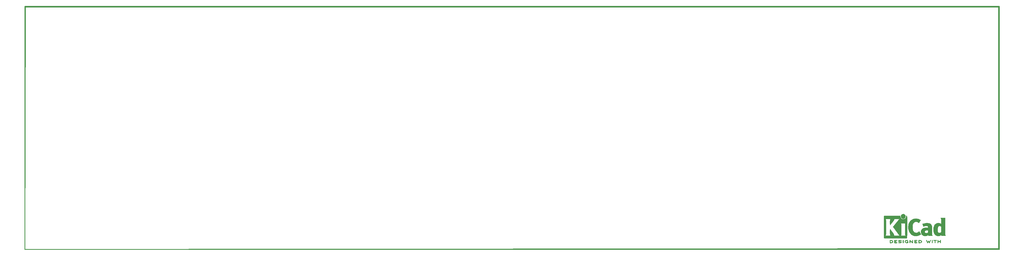
<source format=gtl>
G04 #@! TF.GenerationSoftware,KiCad,Pcbnew,7.0.10-1.fc39*
G04 #@! TF.CreationDate,2024-01-09T17:01:27-05:00*
G04 #@! TF.ProjectId,SYSMATT-WS2812-MATRIX-CARRIER-32X8-SPACER-PLATE,5359534d-4154-4542-9d57-53323831322d,rev?*
G04 #@! TF.SameCoordinates,Original*
G04 #@! TF.FileFunction,Copper,L1,Top*
G04 #@! TF.FilePolarity,Positive*
%FSLAX46Y46*%
G04 Gerber Fmt 4.6, Leading zero omitted, Abs format (unit mm)*
G04 Created by KiCad (PCBNEW 7.0.10-1.fc39) date 2024-01-09 17:01:27*
%MOMM*%
%LPD*%
G01*
G04 APERTURE LIST*
G04 #@! TA.AperFunction,EtchedComponent*
%ADD10C,0.010000*%
G04 #@! TD*
G04 APERTURE END LIST*
D10*
X308321604Y12734524D02*
X308353174Y12714859D01*
X308388656Y12686128D01*
X308388656Y12258035D01*
X308388543Y12132811D01*
X308388059Y12034154D01*
X308386986Y11958571D01*
X308385108Y11902568D01*
X308382206Y11862654D01*
X308378063Y11835335D01*
X308372462Y11817120D01*
X308365185Y11804515D01*
X308360024Y11798305D01*
X308318168Y11771021D01*
X308270505Y11772134D01*
X308228753Y11795399D01*
X308193271Y11824130D01*
X308193271Y12686128D01*
X308228753Y12714859D01*
X308262998Y12735759D01*
X308290963Y12743591D01*
X308321604Y12734524D01*
G04 #@! TA.AperFunction,EtchedComponent*
G36*
X308321604Y12734524D02*
G01*
X308353174Y12714859D01*
X308388656Y12686128D01*
X308388656Y12258035D01*
X308388543Y12132811D01*
X308388059Y12034154D01*
X308386986Y11958571D01*
X308385108Y11902568D01*
X308382206Y11862654D01*
X308378063Y11835335D01*
X308372462Y11817120D01*
X308365185Y11804515D01*
X308360024Y11798305D01*
X308318168Y11771021D01*
X308270505Y11772134D01*
X308228753Y11795399D01*
X308193271Y11824130D01*
X308193271Y12686128D01*
X308228753Y12714859D01*
X308262998Y12735759D01*
X308290963Y12743591D01*
X308321604Y12734524D01*
G37*
G04 #@! TD.AperFunction*
X298852383Y12713531D02*
X298861145Y12703449D01*
X298868018Y12690442D01*
X298873231Y12671026D01*
X298877012Y12641717D01*
X298879590Y12599030D01*
X298881193Y12539482D01*
X298882051Y12459587D01*
X298882390Y12355861D01*
X298882443Y12255129D01*
X298882350Y12130185D01*
X298881919Y12031816D01*
X298880923Y11956536D01*
X298879131Y11900863D01*
X298876317Y11861311D01*
X298872250Y11834396D01*
X298866704Y11816634D01*
X298859449Y11804540D01*
X298852383Y11796727D01*
X298808444Y11770525D01*
X298761626Y11772876D01*
X298719737Y11801453D01*
X298710112Y11812610D01*
X298702591Y11825554D01*
X298696912Y11843865D01*
X298692819Y11871119D01*
X298690051Y11910897D01*
X298688350Y11966775D01*
X298687457Y12042333D01*
X298687113Y12141149D01*
X298687058Y12253023D01*
X298687058Y12669809D01*
X298723949Y12706700D01*
X298769421Y12737737D01*
X298813530Y12738856D01*
X298852383Y12713531D01*
G04 #@! TA.AperFunction,EtchedComponent*
G36*
X298852383Y12713531D02*
G01*
X298861145Y12703449D01*
X298868018Y12690442D01*
X298873231Y12671026D01*
X298877012Y12641717D01*
X298879590Y12599030D01*
X298881193Y12539482D01*
X298882051Y12459587D01*
X298882390Y12355861D01*
X298882443Y12255129D01*
X298882350Y12130185D01*
X298881919Y12031816D01*
X298880923Y11956536D01*
X298879131Y11900863D01*
X298876317Y11861311D01*
X298872250Y11834396D01*
X298866704Y11816634D01*
X298859449Y11804540D01*
X298852383Y11796727D01*
X298808444Y11770525D01*
X298761626Y11772876D01*
X298719737Y11801453D01*
X298710112Y11812610D01*
X298702591Y11825554D01*
X298696912Y11843865D01*
X298692819Y11871119D01*
X298690051Y11910897D01*
X298688350Y11966775D01*
X298687457Y12042333D01*
X298687113Y12141149D01*
X298687058Y12253023D01*
X298687058Y12669809D01*
X298723949Y12706700D01*
X298769421Y12737737D01*
X298813530Y12738856D01*
X298852383Y12713531D01*
G37*
G04 #@! TD.AperFunction*
X298967682Y21266068D02*
X299103929Y21218829D01*
X299230779Y21144474D01*
X299344067Y21043014D01*
X299439628Y20914458D01*
X299482554Y20833429D01*
X299519705Y20720093D01*
X299537712Y20589250D01*
X299535717Y20454736D01*
X299513577Y20332843D01*
X299453064Y20183894D01*
X299365314Y20054692D01*
X299254788Y19947778D01*
X299125946Y19865695D01*
X298983247Y19810985D01*
X298831151Y19786191D01*
X298674119Y19793854D01*
X298596714Y19810229D01*
X298445859Y19868912D01*
X298311875Y19958458D01*
X298197994Y20076108D01*
X298107448Y20219099D01*
X298099788Y20234715D01*
X298073306Y20293315D01*
X298056678Y20342667D01*
X298047650Y20394731D01*
X298043968Y20461462D01*
X298043357Y20534072D01*
X298044367Y20621310D01*
X298048928Y20684377D01*
X298059334Y20735365D01*
X298077879Y20786368D01*
X298100770Y20836688D01*
X298186154Y20979531D01*
X298291301Y21095191D01*
X298412045Y21183676D01*
X298544221Y21244996D01*
X298683663Y21279162D01*
X298826205Y21286183D01*
X298967682Y21266068D01*
G04 #@! TA.AperFunction,EtchedComponent*
G36*
X298967682Y21266068D02*
G01*
X299103929Y21218829D01*
X299230779Y21144474D01*
X299344067Y21043014D01*
X299439628Y20914458D01*
X299482554Y20833429D01*
X299519705Y20720093D01*
X299537712Y20589250D01*
X299535717Y20454736D01*
X299513577Y20332843D01*
X299453064Y20183894D01*
X299365314Y20054692D01*
X299254788Y19947778D01*
X299125946Y19865695D01*
X298983247Y19810985D01*
X298831151Y19786191D01*
X298674119Y19793854D01*
X298596714Y19810229D01*
X298445859Y19868912D01*
X298311875Y19958458D01*
X298197994Y20076108D01*
X298107448Y20219099D01*
X298099788Y20234715D01*
X298073306Y20293315D01*
X298056678Y20342667D01*
X298047650Y20394731D01*
X298043968Y20461462D01*
X298043357Y20534072D01*
X298044367Y20621310D01*
X298048928Y20684377D01*
X298059334Y20735365D01*
X298077879Y20786368D01*
X298100770Y20836688D01*
X298186154Y20979531D01*
X298291301Y21095191D01*
X298412045Y21183676D01*
X298544221Y21244996D01*
X298683663Y21279162D01*
X298826205Y21286183D01*
X298967682Y21266068D01*
G37*
G04 #@! TD.AperFunction*
X309352677Y12743462D02*
X309457465Y12742958D01*
X309538799Y12741905D01*
X309599980Y12740125D01*
X309644311Y12737444D01*
X309675094Y12733687D01*
X309695631Y12728676D01*
X309709225Y12722238D01*
X309715803Y12717289D01*
X309749944Y12673972D01*
X309754074Y12628998D01*
X309732976Y12588141D01*
X309719179Y12571815D01*
X309704332Y12560683D01*
X309682815Y12553751D01*
X309649008Y12550024D01*
X309597292Y12548507D01*
X309522047Y12548207D01*
X309507269Y12548206D01*
X309312975Y12548206D01*
X309312975Y12187496D01*
X309312847Y12073800D01*
X309312266Y11986316D01*
X309310936Y11921199D01*
X309308560Y11874603D01*
X309304844Y11842682D01*
X309299492Y11821589D01*
X309292207Y11807478D01*
X309282916Y11796727D01*
X309239071Y11770305D01*
X309193300Y11772387D01*
X309151790Y11802532D01*
X309148741Y11806268D01*
X309138812Y11820391D01*
X309131248Y11836915D01*
X309125729Y11859855D01*
X309121933Y11893228D01*
X309119542Y11941046D01*
X309118234Y12007327D01*
X309117691Y12096083D01*
X309117591Y12197038D01*
X309117591Y12548206D01*
X308932050Y12548206D01*
X308852427Y12548745D01*
X308797304Y12550844D01*
X308761132Y12555230D01*
X308738362Y12562625D01*
X308723447Y12573756D01*
X308721636Y12575691D01*
X308699858Y12619944D01*
X308701784Y12669972D01*
X308726821Y12713531D01*
X308736504Y12721981D01*
X308748988Y12728680D01*
X308767603Y12733832D01*
X308795677Y12737640D01*
X308836541Y12740304D01*
X308893522Y12742029D01*
X308969952Y12743017D01*
X309069157Y12743469D01*
X309194469Y12743589D01*
X309221133Y12743591D01*
X309352677Y12743462D01*
G04 #@! TA.AperFunction,EtchedComponent*
G36*
X309352677Y12743462D02*
G01*
X309457465Y12742958D01*
X309538799Y12741905D01*
X309599980Y12740125D01*
X309644311Y12737444D01*
X309675094Y12733687D01*
X309695631Y12728676D01*
X309709225Y12722238D01*
X309715803Y12717289D01*
X309749944Y12673972D01*
X309754074Y12628998D01*
X309732976Y12588141D01*
X309719179Y12571815D01*
X309704332Y12560683D01*
X309682815Y12553751D01*
X309649008Y12550024D01*
X309597292Y12548507D01*
X309522047Y12548207D01*
X309507269Y12548206D01*
X309312975Y12548206D01*
X309312975Y12187496D01*
X309312847Y12073800D01*
X309312266Y11986316D01*
X309310936Y11921199D01*
X309308560Y11874603D01*
X309304844Y11842682D01*
X309299492Y11821589D01*
X309292207Y11807478D01*
X309282916Y11796727D01*
X309239071Y11770305D01*
X309193300Y11772387D01*
X309151790Y11802532D01*
X309148741Y11806268D01*
X309138812Y11820391D01*
X309131248Y11836915D01*
X309125729Y11859855D01*
X309121933Y11893228D01*
X309119542Y11941046D01*
X309118234Y12007327D01*
X309117691Y12096083D01*
X309117591Y12197038D01*
X309117591Y12548206D01*
X308932050Y12548206D01*
X308852427Y12548745D01*
X308797304Y12550844D01*
X308761132Y12555230D01*
X308738362Y12562625D01*
X308723447Y12573756D01*
X308721636Y12575691D01*
X308699858Y12619944D01*
X308701784Y12669972D01*
X308726821Y12713531D01*
X308736504Y12721981D01*
X308748988Y12728680D01*
X308767603Y12733832D01*
X308795677Y12737640D01*
X308836541Y12740304D01*
X308893522Y12742029D01*
X308969952Y12743017D01*
X309069157Y12743469D01*
X309194469Y12743589D01*
X309221133Y12743591D01*
X309352677Y12743462D01*
G37*
G04 #@! TD.AperFunction*
X311037859Y12736313D02*
X311079635Y12706700D01*
X311116525Y12669809D01*
X311116525Y12257839D01*
X311116429Y12135515D01*
X311115972Y12039603D01*
X311114903Y11966457D01*
X311112971Y11912431D01*
X311109923Y11873878D01*
X311105509Y11847153D01*
X311099476Y11828607D01*
X311091574Y11814596D01*
X311085375Y11806268D01*
X311044461Y11773552D01*
X310997482Y11770001D01*
X310954544Y11790064D01*
X310940356Y11801909D01*
X310930872Y11817643D01*
X310925151Y11842979D01*
X310922253Y11883631D01*
X310921238Y11945313D01*
X310921141Y11992963D01*
X310921141Y12172466D01*
X310259839Y12172466D01*
X310259839Y12009168D01*
X310259155Y11934496D01*
X310256419Y11883177D01*
X310250604Y11848524D01*
X310240684Y11823846D01*
X310228689Y11806268D01*
X310187546Y11773644D01*
X310141017Y11769781D01*
X310096473Y11792969D01*
X310084312Y11805125D01*
X310075723Y11821240D01*
X310070058Y11846341D01*
X310066669Y11885457D01*
X310064908Y11943615D01*
X310064128Y12025843D01*
X310064036Y12044715D01*
X310063392Y12199644D01*
X310063060Y12327327D01*
X310063168Y12430574D01*
X310063845Y12512198D01*
X310065218Y12575009D01*
X310067416Y12621820D01*
X310070566Y12655442D01*
X310074798Y12678686D01*
X310080238Y12694365D01*
X310087015Y12705290D01*
X310094514Y12713531D01*
X310136933Y12739894D01*
X310181172Y12736313D01*
X310222948Y12706700D01*
X310239853Y12687594D01*
X310250629Y12666490D01*
X310256641Y12636433D01*
X310259256Y12590468D01*
X310259839Y12521641D01*
X310259839Y12367851D01*
X310921141Y12367851D01*
X310921141Y12525662D01*
X310921816Y12598365D01*
X310924526Y12647456D01*
X310930301Y12679365D01*
X310940169Y12700523D01*
X310951200Y12713531D01*
X310993619Y12739894D01*
X311037859Y12736313D01*
G04 #@! TA.AperFunction,EtchedComponent*
G36*
X311037859Y12736313D02*
G01*
X311079635Y12706700D01*
X311116525Y12669809D01*
X311116525Y12257839D01*
X311116429Y12135515D01*
X311115972Y12039603D01*
X311114903Y11966457D01*
X311112971Y11912431D01*
X311109923Y11873878D01*
X311105509Y11847153D01*
X311099476Y11828607D01*
X311091574Y11814596D01*
X311085375Y11806268D01*
X311044461Y11773552D01*
X310997482Y11770001D01*
X310954544Y11790064D01*
X310940356Y11801909D01*
X310930872Y11817643D01*
X310925151Y11842979D01*
X310922253Y11883631D01*
X310921238Y11945313D01*
X310921141Y11992963D01*
X310921141Y12172466D01*
X310259839Y12172466D01*
X310259839Y12009168D01*
X310259155Y11934496D01*
X310256419Y11883177D01*
X310250604Y11848524D01*
X310240684Y11823846D01*
X310228689Y11806268D01*
X310187546Y11773644D01*
X310141017Y11769781D01*
X310096473Y11792969D01*
X310084312Y11805125D01*
X310075723Y11821240D01*
X310070058Y11846341D01*
X310066669Y11885457D01*
X310064908Y11943615D01*
X310064128Y12025843D01*
X310064036Y12044715D01*
X310063392Y12199644D01*
X310063060Y12327327D01*
X310063168Y12430574D01*
X310063845Y12512198D01*
X310065218Y12575009D01*
X310067416Y12621820D01*
X310070566Y12655442D01*
X310074798Y12678686D01*
X310080238Y12694365D01*
X310087015Y12705290D01*
X310094514Y12713531D01*
X310136933Y12739894D01*
X310181172Y12736313D01*
X310222948Y12706700D01*
X310239853Y12687594D01*
X310250629Y12666490D01*
X310256641Y12636433D01*
X310259256Y12590468D01*
X310259839Y12521641D01*
X310259839Y12367851D01*
X310921141Y12367851D01*
X310921141Y12525662D01*
X310921816Y12598365D01*
X310924526Y12647456D01*
X310930301Y12679365D01*
X310940169Y12700523D01*
X310951200Y12713531D01*
X310993619Y12739894D01*
X311037859Y12736313D01*
G37*
G04 #@! TD.AperFunction*
X304100783Y12743314D02*
X304272501Y12737508D01*
X304418555Y12719900D01*
X304541353Y12689438D01*
X304643303Y12645066D01*
X304726814Y12585730D01*
X304794293Y12510377D01*
X304848149Y12417951D01*
X304849208Y12415697D01*
X304881349Y12332977D01*
X304892801Y12259717D01*
X304883520Y12185989D01*
X304853461Y12101866D01*
X304847761Y12089064D01*
X304808885Y12014139D01*
X304765195Y11956244D01*
X304708806Y11907029D01*
X304631838Y11858144D01*
X304627366Y11855592D01*
X304560363Y11823406D01*
X304484631Y11799369D01*
X304395304Y11782650D01*
X304287515Y11772422D01*
X304156398Y11767855D01*
X304110072Y11767458D01*
X303889476Y11766667D01*
X303858326Y11806268D01*
X303849086Y11819290D01*
X303841878Y11834497D01*
X303836450Y11855535D01*
X303832551Y11886051D01*
X303829929Y11929690D01*
X303829074Y11962052D01*
X304037591Y11962052D01*
X304162582Y11962052D01*
X304235723Y11964191D01*
X304310807Y11969820D01*
X304372430Y11977758D01*
X304376149Y11978426D01*
X304485599Y12007789D01*
X304570494Y12051904D01*
X304633518Y12112818D01*
X304677360Y12192577D01*
X304684983Y12213717D01*
X304692456Y12246639D01*
X304689221Y12279165D01*
X304673479Y12322437D01*
X304663990Y12343694D01*
X304632917Y12400181D01*
X304595479Y12439810D01*
X304554287Y12467407D01*
X304471776Y12503319D01*
X304366179Y12529333D01*
X304243164Y12544313D01*
X304154070Y12547609D01*
X304037591Y12548206D01*
X304037591Y11962052D01*
X303829074Y11962052D01*
X303828332Y11990101D01*
X303827510Y12070929D01*
X303827210Y12175820D01*
X303827176Y12257839D01*
X303827176Y12669809D01*
X303864067Y12706700D01*
X303880440Y12721653D01*
X303898143Y12731893D01*
X303922865Y12738300D01*
X303960294Y12741754D01*
X304016119Y12743134D01*
X304096028Y12743320D01*
X304100783Y12743314D01*
G04 #@! TA.AperFunction,EtchedComponent*
G36*
X304100783Y12743314D02*
G01*
X304272501Y12737508D01*
X304418555Y12719900D01*
X304541353Y12689438D01*
X304643303Y12645066D01*
X304726814Y12585730D01*
X304794293Y12510377D01*
X304848149Y12417951D01*
X304849208Y12415697D01*
X304881349Y12332977D01*
X304892801Y12259717D01*
X304883520Y12185989D01*
X304853461Y12101866D01*
X304847761Y12089064D01*
X304808885Y12014139D01*
X304765195Y11956244D01*
X304708806Y11907029D01*
X304631838Y11858144D01*
X304627366Y11855592D01*
X304560363Y11823406D01*
X304484631Y11799369D01*
X304395304Y11782650D01*
X304287515Y11772422D01*
X304156398Y11767855D01*
X304110072Y11767458D01*
X303889476Y11766667D01*
X303858326Y11806268D01*
X303849086Y11819290D01*
X303841878Y11834497D01*
X303836450Y11855535D01*
X303832551Y11886051D01*
X303829929Y11929690D01*
X303829074Y11962052D01*
X304037591Y11962052D01*
X304162582Y11962052D01*
X304235723Y11964191D01*
X304310807Y11969820D01*
X304372430Y11977758D01*
X304376149Y11978426D01*
X304485599Y12007789D01*
X304570494Y12051904D01*
X304633518Y12112818D01*
X304677360Y12192577D01*
X304684983Y12213717D01*
X304692456Y12246639D01*
X304689221Y12279165D01*
X304673479Y12322437D01*
X304663990Y12343694D01*
X304632917Y12400181D01*
X304595479Y12439810D01*
X304554287Y12467407D01*
X304471776Y12503319D01*
X304366179Y12529333D01*
X304243164Y12544313D01*
X304154070Y12547609D01*
X304037591Y12548206D01*
X304037591Y11962052D01*
X303829074Y11962052D01*
X303828332Y11990101D01*
X303827510Y12070929D01*
X303827210Y12175820D01*
X303827176Y12257839D01*
X303827176Y12669809D01*
X303864067Y12706700D01*
X303880440Y12721653D01*
X303898143Y12731893D01*
X303922865Y12738300D01*
X303960294Y12741754D01*
X304016119Y12743134D01*
X304096028Y12743320D01*
X304100783Y12743314D01*
G37*
G04 #@! TD.AperFunction*
X294595292Y12743592D02*
X294647857Y12743057D01*
X294801881Y12739341D01*
X294930875Y12728302D01*
X295039237Y12708755D01*
X295131362Y12679518D01*
X295211647Y12639404D01*
X295284488Y12587232D01*
X295310505Y12564568D01*
X295353663Y12511539D01*
X295392579Y12439580D01*
X295422573Y12359817D01*
X295438965Y12283376D01*
X295440668Y12255129D01*
X295429995Y12176827D01*
X295401393Y12091296D01*
X295359989Y12010338D01*
X295310905Y11945755D01*
X295302933Y11937963D01*
X295235400Y11883193D01*
X295161448Y11840438D01*
X295076812Y11808578D01*
X294977229Y11786493D01*
X294858434Y11773063D01*
X294716166Y11767167D01*
X294651000Y11766667D01*
X294568145Y11767066D01*
X294509877Y11768735D01*
X294470730Y11772379D01*
X294445237Y11778708D01*
X294427932Y11788427D01*
X294418656Y11796727D01*
X294409894Y11806809D01*
X294403021Y11819816D01*
X294397808Y11839232D01*
X294394027Y11868541D01*
X294391449Y11911228D01*
X294389846Y11970776D01*
X294388989Y12050671D01*
X294388649Y12154396D01*
X294388597Y12255129D01*
X294388266Y12389482D01*
X294388338Y12496809D01*
X294389616Y12548206D01*
X294583981Y12548206D01*
X294583981Y11962052D01*
X294707975Y11962166D01*
X294782585Y11964305D01*
X294860728Y11969818D01*
X294925926Y11977529D01*
X294927910Y11977846D01*
X295033283Y12003323D01*
X295115014Y12043001D01*
X295177184Y12099463D01*
X295216686Y12160595D01*
X295241026Y12228408D01*
X295239139Y12292082D01*
X295210891Y12360336D01*
X295155638Y12430945D01*
X295079073Y12483266D01*
X294979551Y12518238D01*
X294913039Y12530615D01*
X294837539Y12539307D01*
X294757521Y12545597D01*
X294689462Y12548213D01*
X294685431Y12548225D01*
X294583981Y12548206D01*
X294389616Y12548206D01*
X294390410Y12580120D01*
X294396085Y12642422D01*
X294406959Y12686726D01*
X294424632Y12716041D01*
X294450703Y12733376D01*
X294486771Y12741740D01*
X294534434Y12744142D01*
X294595292Y12743592D01*
G04 #@! TA.AperFunction,EtchedComponent*
G36*
X294595292Y12743592D02*
G01*
X294647857Y12743057D01*
X294801881Y12739341D01*
X294930875Y12728302D01*
X295039237Y12708755D01*
X295131362Y12679518D01*
X295211647Y12639404D01*
X295284488Y12587232D01*
X295310505Y12564568D01*
X295353663Y12511539D01*
X295392579Y12439580D01*
X295422573Y12359817D01*
X295438965Y12283376D01*
X295440668Y12255129D01*
X295429995Y12176827D01*
X295401393Y12091296D01*
X295359989Y12010338D01*
X295310905Y11945755D01*
X295302933Y11937963D01*
X295235400Y11883193D01*
X295161448Y11840438D01*
X295076812Y11808578D01*
X294977229Y11786493D01*
X294858434Y11773063D01*
X294716166Y11767167D01*
X294651000Y11766667D01*
X294568145Y11767066D01*
X294509877Y11768735D01*
X294470730Y11772379D01*
X294445237Y11778708D01*
X294427932Y11788427D01*
X294418656Y11796727D01*
X294409894Y11806809D01*
X294403021Y11819816D01*
X294397808Y11839232D01*
X294394027Y11868541D01*
X294391449Y11911228D01*
X294389846Y11970776D01*
X294388989Y12050671D01*
X294388649Y12154396D01*
X294388597Y12255129D01*
X294388266Y12389482D01*
X294388338Y12496809D01*
X294389616Y12548206D01*
X294583981Y12548206D01*
X294583981Y11962052D01*
X294707975Y11962166D01*
X294782585Y11964305D01*
X294860728Y11969818D01*
X294925926Y11977529D01*
X294927910Y11977846D01*
X295033283Y12003323D01*
X295115014Y12043001D01*
X295177184Y12099463D01*
X295216686Y12160595D01*
X295241026Y12228408D01*
X295239139Y12292082D01*
X295210891Y12360336D01*
X295155638Y12430945D01*
X295079073Y12483266D01*
X294979551Y12518238D01*
X294913039Y12530615D01*
X294837539Y12539307D01*
X294757521Y12545597D01*
X294689462Y12548213D01*
X294685431Y12548225D01*
X294583981Y12548206D01*
X294389616Y12548206D01*
X294390410Y12580120D01*
X294396085Y12642422D01*
X294406959Y12686726D01*
X294424632Y12716041D01*
X294450703Y12733376D01*
X294486771Y12741740D01*
X294534434Y12744142D01*
X294595292Y12743592D01*
G37*
G04 #@! TD.AperFunction*
X301014126Y12737757D02*
X301045501Y12719352D01*
X301086524Y12689252D01*
X301139322Y12646041D01*
X301206021Y12588299D01*
X301288747Y12514609D01*
X301389626Y12423553D01*
X301505105Y12318863D01*
X301745579Y12100794D01*
X301753094Y12393493D01*
X301755807Y12494247D01*
X301758424Y12569279D01*
X301761526Y12622917D01*
X301765690Y12659491D01*
X301771495Y12683330D01*
X301779522Y12698763D01*
X301790349Y12710119D01*
X301796090Y12714891D01*
X301842063Y12740124D01*
X301885809Y12736435D01*
X301920511Y12714878D01*
X301955993Y12686166D01*
X301960406Y12266851D01*
X301961627Y12143530D01*
X301962249Y12046653D01*
X301962056Y11972607D01*
X301960832Y11917780D01*
X301958362Y11878558D01*
X301954432Y11851328D01*
X301948826Y11832478D01*
X301941328Y11818396D01*
X301933013Y11807102D01*
X301915024Y11786155D01*
X301897125Y11772270D01*
X301876834Y11766941D01*
X301851668Y11771661D01*
X301819146Y11787924D01*
X301776783Y11817224D01*
X301722098Y11861055D01*
X301652609Y11920910D01*
X301565831Y11998283D01*
X301467531Y12087187D01*
X301114336Y12407566D01*
X301106821Y12115824D01*
X301104103Y12015254D01*
X301101479Y11940397D01*
X301098367Y11886917D01*
X301094184Y11850475D01*
X301088349Y11826733D01*
X301080280Y11811355D01*
X301069395Y11800001D01*
X301063825Y11795375D01*
X301014590Y11769959D01*
X300968069Y11773792D01*
X300927557Y11806268D01*
X300918290Y11819334D01*
X300911067Y11834592D01*
X300905634Y11855705D01*
X300901738Y11886332D01*
X300899125Y11930135D01*
X300897539Y11990774D01*
X300896728Y12071910D01*
X300896438Y12177204D01*
X300896407Y12255129D01*
X300896505Y12377013D01*
X300896967Y12472498D01*
X300898049Y12545246D01*
X300900003Y12598918D01*
X300903084Y12637174D01*
X300907546Y12663674D01*
X300913643Y12682081D01*
X300921629Y12696053D01*
X300927557Y12703990D01*
X300942584Y12722789D01*
X300956628Y12736984D01*
X300971816Y12745155D01*
X300990273Y12745885D01*
X301014126Y12737757D01*
G04 #@! TA.AperFunction,EtchedComponent*
G36*
X301014126Y12737757D02*
G01*
X301045501Y12719352D01*
X301086524Y12689252D01*
X301139322Y12646041D01*
X301206021Y12588299D01*
X301288747Y12514609D01*
X301389626Y12423553D01*
X301505105Y12318863D01*
X301745579Y12100794D01*
X301753094Y12393493D01*
X301755807Y12494247D01*
X301758424Y12569279D01*
X301761526Y12622917D01*
X301765690Y12659491D01*
X301771495Y12683330D01*
X301779522Y12698763D01*
X301790349Y12710119D01*
X301796090Y12714891D01*
X301842063Y12740124D01*
X301885809Y12736435D01*
X301920511Y12714878D01*
X301955993Y12686166D01*
X301960406Y12266851D01*
X301961627Y12143530D01*
X301962249Y12046653D01*
X301962056Y11972607D01*
X301960832Y11917780D01*
X301958362Y11878558D01*
X301954432Y11851328D01*
X301948826Y11832478D01*
X301941328Y11818396D01*
X301933013Y11807102D01*
X301915024Y11786155D01*
X301897125Y11772270D01*
X301876834Y11766941D01*
X301851668Y11771661D01*
X301819146Y11787924D01*
X301776783Y11817224D01*
X301722098Y11861055D01*
X301652609Y11920910D01*
X301565831Y11998283D01*
X301467531Y12087187D01*
X301114336Y12407566D01*
X301106821Y12115824D01*
X301104103Y12015254D01*
X301101479Y11940397D01*
X301098367Y11886917D01*
X301094184Y11850475D01*
X301088349Y11826733D01*
X301080280Y11811355D01*
X301069395Y11800001D01*
X301063825Y11795375D01*
X301014590Y11769959D01*
X300968069Y11773792D01*
X300927557Y11806268D01*
X300918290Y11819334D01*
X300911067Y11834592D01*
X300905634Y11855705D01*
X300901738Y11886332D01*
X300899125Y11930135D01*
X300897539Y11990774D01*
X300896728Y12071910D01*
X300896438Y12177204D01*
X300896407Y12255129D01*
X300896505Y12377013D01*
X300896967Y12472498D01*
X300898049Y12545246D01*
X300900003Y12598918D01*
X300903084Y12637174D01*
X300907546Y12663674D01*
X300913643Y12682081D01*
X300921629Y12696053D01*
X300927557Y12703990D01*
X300942584Y12722789D01*
X300956628Y12736984D01*
X300971816Y12745155D01*
X300990273Y12745885D01*
X301014126Y12737757D01*
G37*
G04 #@! TD.AperFunction*
X300148784Y12736225D02*
X300240005Y12720919D01*
X300310064Y12697126D01*
X300355642Y12665797D01*
X300368062Y12647923D01*
X300380692Y12606352D01*
X300372193Y12568745D01*
X300345361Y12533082D01*
X300303670Y12516398D01*
X300243176Y12517753D01*
X300196387Y12526792D01*
X300092418Y12544014D01*
X299986166Y12545650D01*
X299867237Y12531672D01*
X299834386Y12525749D01*
X299723801Y12494570D01*
X299637287Y12448191D01*
X299575793Y12387402D01*
X299540268Y12312993D01*
X299532921Y12274523D01*
X299537730Y12196474D01*
X299568780Y12127420D01*
X299623240Y12068708D01*
X299698282Y12021684D01*
X299791076Y11987694D01*
X299898794Y11968083D01*
X300018605Y11964196D01*
X300147681Y11977381D01*
X300154969Y11978625D01*
X300206308Y11988187D01*
X300234774Y11997423D01*
X300247112Y12011128D01*
X300250068Y12034095D01*
X300250135Y12046258D01*
X300250135Y12097318D01*
X300158969Y12097318D01*
X300078464Y12102833D01*
X300023525Y12120407D01*
X299991560Y12151584D01*
X299979974Y12197907D01*
X299979833Y12203953D01*
X299986611Y12243548D01*
X300009855Y12271820D01*
X300053116Y12290530D01*
X300119945Y12301437D01*
X300184676Y12305447D01*
X300278759Y12307748D01*
X300347002Y12304237D01*
X300393545Y12291282D01*
X300422528Y12265251D01*
X300438091Y12222510D01*
X300444375Y12159427D01*
X300445520Y12076573D01*
X300443644Y11984091D01*
X300438000Y11921183D01*
X300428564Y11887598D01*
X300426733Y11884968D01*
X300374921Y11843003D01*
X300298956Y11809769D01*
X300203654Y11785978D01*
X300093830Y11772338D01*
X299974300Y11769559D01*
X299849880Y11778352D01*
X299776703Y11789152D01*
X299661926Y11821639D01*
X299555250Y11874751D01*
X299465935Y11943682D01*
X299452360Y11957459D01*
X299408254Y12015379D01*
X299368457Y12087161D01*
X299337619Y12162418D01*
X299320389Y12230760D01*
X299318312Y12257008D01*
X299327153Y12311760D01*
X299350651Y12379882D01*
X299384297Y12451587D01*
X299423582Y12517088D01*
X299458291Y12560839D01*
X299539443Y12625918D01*
X299644348Y12677716D01*
X299769246Y12715063D01*
X299910379Y12736784D01*
X300039721Y12742092D01*
X300148784Y12736225D01*
G04 #@! TA.AperFunction,EtchedComponent*
G36*
X300148784Y12736225D02*
G01*
X300240005Y12720919D01*
X300310064Y12697126D01*
X300355642Y12665797D01*
X300368062Y12647923D01*
X300380692Y12606352D01*
X300372193Y12568745D01*
X300345361Y12533082D01*
X300303670Y12516398D01*
X300243176Y12517753D01*
X300196387Y12526792D01*
X300092418Y12544014D01*
X299986166Y12545650D01*
X299867237Y12531672D01*
X299834386Y12525749D01*
X299723801Y12494570D01*
X299637287Y12448191D01*
X299575793Y12387402D01*
X299540268Y12312993D01*
X299532921Y12274523D01*
X299537730Y12196474D01*
X299568780Y12127420D01*
X299623240Y12068708D01*
X299698282Y12021684D01*
X299791076Y11987694D01*
X299898794Y11968083D01*
X300018605Y11964196D01*
X300147681Y11977381D01*
X300154969Y11978625D01*
X300206308Y11988187D01*
X300234774Y11997423D01*
X300247112Y12011128D01*
X300250068Y12034095D01*
X300250135Y12046258D01*
X300250135Y12097318D01*
X300158969Y12097318D01*
X300078464Y12102833D01*
X300023525Y12120407D01*
X299991560Y12151584D01*
X299979974Y12197907D01*
X299979833Y12203953D01*
X299986611Y12243548D01*
X300009855Y12271820D01*
X300053116Y12290530D01*
X300119945Y12301437D01*
X300184676Y12305447D01*
X300278759Y12307748D01*
X300347002Y12304237D01*
X300393545Y12291282D01*
X300422528Y12265251D01*
X300438091Y12222510D01*
X300444375Y12159427D01*
X300445520Y12076573D01*
X300443644Y11984091D01*
X300438000Y11921183D01*
X300428564Y11887598D01*
X300426733Y11884968D01*
X300374921Y11843003D01*
X300298956Y11809769D01*
X300203654Y11785978D01*
X300093830Y11772338D01*
X299974300Y11769559D01*
X299849880Y11778352D01*
X299776703Y11789152D01*
X299661926Y11821639D01*
X299555250Y11874751D01*
X299465935Y11943682D01*
X299452360Y11957459D01*
X299408254Y12015379D01*
X299368457Y12087161D01*
X299337619Y12162418D01*
X299320389Y12230760D01*
X299318312Y12257008D01*
X299327153Y12311760D01*
X299350651Y12379882D01*
X299384297Y12451587D01*
X299423582Y12517088D01*
X299458291Y12560839D01*
X299539443Y12625918D01*
X299644348Y12677716D01*
X299769246Y12715063D01*
X299910379Y12736784D01*
X300039721Y12742092D01*
X300148784Y12736225D01*
G37*
G04 #@! TD.AperFunction*
X303051716Y12743334D02*
X303153377Y12742117D01*
X303231282Y12739271D01*
X303288581Y12734127D01*
X303328427Y12726017D01*
X303353968Y12714270D01*
X303368357Y12698219D01*
X303374745Y12677193D01*
X303376281Y12650525D01*
X303376289Y12647375D01*
X303374955Y12617211D01*
X303368651Y12593898D01*
X303353922Y12576495D01*
X303327315Y12564061D01*
X303285374Y12555656D01*
X303224646Y12550336D01*
X303141676Y12547162D01*
X303033011Y12545192D01*
X302999705Y12544756D01*
X302677413Y12540691D01*
X302672906Y12454271D01*
X302668398Y12367851D01*
X302892263Y12367851D01*
X302979721Y12367528D01*
X303042169Y12366164D01*
X303084654Y12363162D01*
X303112223Y12357928D01*
X303129922Y12349866D01*
X303142797Y12338381D01*
X303142880Y12338290D01*
X303166230Y12293530D01*
X303165386Y12245154D01*
X303140879Y12203915D01*
X303136029Y12199676D01*
X303118815Y12188752D01*
X303095226Y12181152D01*
X303060007Y12176304D01*
X303007900Y12173635D01*
X302933650Y12172573D01*
X302886162Y12172466D01*
X302669898Y12172466D01*
X302669898Y11962052D01*
X302998220Y11962052D01*
X303106618Y11961862D01*
X303188935Y11961087D01*
X303249149Y11959417D01*
X303291235Y11956543D01*
X303319171Y11952154D01*
X303336934Y11945942D01*
X303348500Y11937597D01*
X303351415Y11934567D01*
X303372936Y11892567D01*
X303374510Y11844787D01*
X303356855Y11803359D01*
X303342885Y11790064D01*
X303328354Y11782745D01*
X303305838Y11777082D01*
X303271776Y11772878D01*
X303222607Y11769933D01*
X303154768Y11768050D01*
X303064698Y11767031D01*
X302948837Y11766676D01*
X302922643Y11766667D01*
X302804839Y11766745D01*
X302713396Y11767170D01*
X302644614Y11768235D01*
X302594796Y11770232D01*
X302560240Y11773451D01*
X302537250Y11778185D01*
X302522126Y11784724D01*
X302511169Y11793360D01*
X302505158Y11799561D01*
X302496110Y11810544D01*
X302489042Y11824149D01*
X302483709Y11843945D01*
X302479868Y11873499D01*
X302477275Y11916380D01*
X302475687Y11976156D01*
X302474861Y12056394D01*
X302474552Y12160662D01*
X302474514Y12248421D01*
X302474608Y12371393D01*
X302475057Y12467932D01*
X302476108Y12541662D01*
X302478010Y12596211D01*
X302481009Y12635202D01*
X302485355Y12662262D01*
X302491294Y12681017D01*
X302499075Y12695091D01*
X302505664Y12703990D01*
X302536814Y12743591D01*
X302923148Y12743591D01*
X303051716Y12743334D01*
G04 #@! TA.AperFunction,EtchedComponent*
G36*
X303051716Y12743334D02*
G01*
X303153377Y12742117D01*
X303231282Y12739271D01*
X303288581Y12734127D01*
X303328427Y12726017D01*
X303353968Y12714270D01*
X303368357Y12698219D01*
X303374745Y12677193D01*
X303376281Y12650525D01*
X303376289Y12647375D01*
X303374955Y12617211D01*
X303368651Y12593898D01*
X303353922Y12576495D01*
X303327315Y12564061D01*
X303285374Y12555656D01*
X303224646Y12550336D01*
X303141676Y12547162D01*
X303033011Y12545192D01*
X302999705Y12544756D01*
X302677413Y12540691D01*
X302672906Y12454271D01*
X302668398Y12367851D01*
X302892263Y12367851D01*
X302979721Y12367528D01*
X303042169Y12366164D01*
X303084654Y12363162D01*
X303112223Y12357928D01*
X303129922Y12349866D01*
X303142797Y12338381D01*
X303142880Y12338290D01*
X303166230Y12293530D01*
X303165386Y12245154D01*
X303140879Y12203915D01*
X303136029Y12199676D01*
X303118815Y12188752D01*
X303095226Y12181152D01*
X303060007Y12176304D01*
X303007900Y12173635D01*
X302933650Y12172573D01*
X302886162Y12172466D01*
X302669898Y12172466D01*
X302669898Y11962052D01*
X302998220Y11962052D01*
X303106618Y11961862D01*
X303188935Y11961087D01*
X303249149Y11959417D01*
X303291235Y11956543D01*
X303319171Y11952154D01*
X303336934Y11945942D01*
X303348500Y11937597D01*
X303351415Y11934567D01*
X303372936Y11892567D01*
X303374510Y11844787D01*
X303356855Y11803359D01*
X303342885Y11790064D01*
X303328354Y11782745D01*
X303305838Y11777082D01*
X303271776Y11772878D01*
X303222607Y11769933D01*
X303154768Y11768050D01*
X303064698Y11767031D01*
X302948837Y11766676D01*
X302922643Y11766667D01*
X302804839Y11766745D01*
X302713396Y11767170D01*
X302644614Y11768235D01*
X302594796Y11770232D01*
X302560240Y11773451D01*
X302537250Y11778185D01*
X302522126Y11784724D01*
X302511169Y11793360D01*
X302505158Y11799561D01*
X302496110Y11810544D01*
X302489042Y11824149D01*
X302483709Y11843945D01*
X302479868Y11873499D01*
X302477275Y11916380D01*
X302475687Y11976156D01*
X302474861Y12056394D01*
X302474552Y12160662D01*
X302474514Y12248421D01*
X302474608Y12371393D01*
X302475057Y12467932D01*
X302476108Y12541662D01*
X302478010Y12596211D01*
X302481009Y12635202D01*
X302485355Y12662262D01*
X302491294Y12681017D01*
X302499075Y12695091D01*
X302505664Y12703990D01*
X302536814Y12743591D01*
X302923148Y12743591D01*
X303051716Y12743334D01*
G37*
G04 #@! TD.AperFunction*
X296470616Y12743485D02*
X296563024Y12742989D01*
X296632773Y12741836D01*
X296683563Y12739757D01*
X296719095Y12736486D01*
X296743068Y12731754D01*
X296759182Y12725294D01*
X296771137Y12716838D01*
X296775467Y12712946D01*
X296801795Y12671597D01*
X296806535Y12624085D01*
X296789216Y12581906D01*
X296781207Y12573381D01*
X296768254Y12565116D01*
X296747398Y12558740D01*
X296714770Y12553942D01*
X296666504Y12550413D01*
X296598732Y12547843D01*
X296507586Y12545920D01*
X296424255Y12544750D01*
X296094454Y12540691D01*
X296085440Y12367851D01*
X296309304Y12367851D01*
X296406492Y12367012D01*
X296477643Y12363505D01*
X296526755Y12355842D01*
X296557829Y12342534D01*
X296574862Y12322096D01*
X296581854Y12293038D01*
X296582916Y12266070D01*
X296579616Y12232980D01*
X296567163Y12208597D01*
X296541726Y12191648D01*
X296499475Y12180858D01*
X296436580Y12174953D01*
X296349211Y12172660D01*
X296301525Y12172466D01*
X296086940Y12172466D01*
X296086940Y11962052D01*
X296417591Y11962052D01*
X296525976Y11961901D01*
X296608349Y11961223D01*
X296668757Y11959681D01*
X296711247Y11956938D01*
X296739865Y11952656D01*
X296758658Y11946498D01*
X296771672Y11938128D01*
X296778301Y11931993D01*
X296801039Y11896188D01*
X296808360Y11864360D01*
X296797907Y11825483D01*
X296778301Y11796727D01*
X296767841Y11787674D01*
X296754338Y11780644D01*
X296734160Y11775383D01*
X296703675Y11771636D01*
X296659251Y11769147D01*
X296597255Y11767662D01*
X296514055Y11766926D01*
X296406019Y11766683D01*
X296349957Y11766667D01*
X296229902Y11766774D01*
X296136272Y11767262D01*
X296065437Y11768388D01*
X296013765Y11770406D01*
X295977623Y11773571D01*
X295953378Y11778138D01*
X295937399Y11784361D01*
X295926053Y11792497D01*
X295921614Y11796727D01*
X295912829Y11806841D01*
X295905942Y11819889D01*
X295900725Y11839367D01*
X295896947Y11868773D01*
X295894376Y11911603D01*
X295892782Y11971353D01*
X295891935Y12051520D01*
X295891604Y12155600D01*
X295891555Y12252509D01*
X295891600Y12376614D01*
X295891912Y12474171D01*
X295892758Y12548691D01*
X295894404Y12603686D01*
X295897117Y12642667D01*
X295901163Y12669144D01*
X295906809Y12686631D01*
X295914320Y12698637D01*
X295923964Y12708674D01*
X295926340Y12710911D01*
X295937871Y12720818D01*
X295951268Y12728489D01*
X295970250Y12734211D01*
X295998531Y12738269D01*
X296039828Y12740949D01*
X296097858Y12742535D01*
X296176337Y12743313D01*
X296278980Y12743569D01*
X296351850Y12743591D01*
X296470616Y12743485D01*
G04 #@! TA.AperFunction,EtchedComponent*
G36*
X296470616Y12743485D02*
G01*
X296563024Y12742989D01*
X296632773Y12741836D01*
X296683563Y12739757D01*
X296719095Y12736486D01*
X296743068Y12731754D01*
X296759182Y12725294D01*
X296771137Y12716838D01*
X296775467Y12712946D01*
X296801795Y12671597D01*
X296806535Y12624085D01*
X296789216Y12581906D01*
X296781207Y12573381D01*
X296768254Y12565116D01*
X296747398Y12558740D01*
X296714770Y12553942D01*
X296666504Y12550413D01*
X296598732Y12547843D01*
X296507586Y12545920D01*
X296424255Y12544750D01*
X296094454Y12540691D01*
X296085440Y12367851D01*
X296309304Y12367851D01*
X296406492Y12367012D01*
X296477643Y12363505D01*
X296526755Y12355842D01*
X296557829Y12342534D01*
X296574862Y12322096D01*
X296581854Y12293038D01*
X296582916Y12266070D01*
X296579616Y12232980D01*
X296567163Y12208597D01*
X296541726Y12191648D01*
X296499475Y12180858D01*
X296436580Y12174953D01*
X296349211Y12172660D01*
X296301525Y12172466D01*
X296086940Y12172466D01*
X296086940Y11962052D01*
X296417591Y11962052D01*
X296525976Y11961901D01*
X296608349Y11961223D01*
X296668757Y11959681D01*
X296711247Y11956938D01*
X296739865Y11952656D01*
X296758658Y11946498D01*
X296771672Y11938128D01*
X296778301Y11931993D01*
X296801039Y11896188D01*
X296808360Y11864360D01*
X296797907Y11825483D01*
X296778301Y11796727D01*
X296767841Y11787674D01*
X296754338Y11780644D01*
X296734160Y11775383D01*
X296703675Y11771636D01*
X296659251Y11769147D01*
X296597255Y11767662D01*
X296514055Y11766926D01*
X296406019Y11766683D01*
X296349957Y11766667D01*
X296229902Y11766774D01*
X296136272Y11767262D01*
X296065437Y11768388D01*
X296013765Y11770406D01*
X295977623Y11773571D01*
X295953378Y11778138D01*
X295937399Y11784361D01*
X295926053Y11792497D01*
X295921614Y11796727D01*
X295912829Y11806841D01*
X295905942Y11819889D01*
X295900725Y11839367D01*
X295896947Y11868773D01*
X295894376Y11911603D01*
X295892782Y11971353D01*
X295891935Y12051520D01*
X295891604Y12155600D01*
X295891555Y12252509D01*
X295891600Y12376614D01*
X295891912Y12474171D01*
X295892758Y12548691D01*
X295894404Y12603686D01*
X295897117Y12642667D01*
X295901163Y12669144D01*
X295906809Y12686631D01*
X295914320Y12698637D01*
X295923964Y12708674D01*
X295926340Y12710911D01*
X295937871Y12720818D01*
X295951268Y12728489D01*
X295970250Y12734211D01*
X295998531Y12738269D01*
X296039828Y12740949D01*
X296097858Y12742535D01*
X296176337Y12743313D01*
X296278980Y12743569D01*
X296351850Y12743591D01*
X296470616Y12743485D01*
G37*
G04 #@! TD.AperFunction*
X307730547Y12740971D02*
X307756628Y12731651D01*
X307757634Y12731195D01*
X307793052Y12704167D01*
X307812566Y12676365D01*
X307816384Y12663329D01*
X307816195Y12646009D01*
X307810822Y12621334D01*
X307799088Y12586237D01*
X307779813Y12537648D01*
X307751822Y12472499D01*
X307713936Y12387720D01*
X307664978Y12280242D01*
X307638031Y12221498D01*
X307589370Y12116628D01*
X307543690Y12020187D01*
X307502734Y11935703D01*
X307468246Y11866701D01*
X307441969Y11816707D01*
X307425646Y11789247D01*
X307422416Y11785454D01*
X307381089Y11768721D01*
X307334409Y11770962D01*
X307296970Y11791314D01*
X307295444Y11792969D01*
X307280551Y11815515D01*
X307255569Y11859430D01*
X307223579Y11919061D01*
X307187660Y11988755D01*
X307174752Y12014438D01*
X307077314Y12209604D01*
X306971106Y11997594D01*
X306933197Y11924340D01*
X306898027Y11860811D01*
X306868468Y11811870D01*
X306847394Y11782379D01*
X306840252Y11776125D01*
X306784738Y11767656D01*
X306738929Y11785454D01*
X306725454Y11804476D01*
X306702136Y11846752D01*
X306670877Y11908121D01*
X306633580Y11984425D01*
X306592146Y12071502D01*
X306548478Y12165194D01*
X306504478Y12261340D01*
X306462048Y12355780D01*
X306423090Y12444356D01*
X306389507Y12522905D01*
X306363201Y12587270D01*
X306346074Y12633290D01*
X306340029Y12656804D01*
X306340091Y12657656D01*
X306354800Y12687245D01*
X306384202Y12717381D01*
X306385933Y12718693D01*
X306422070Y12739119D01*
X306455494Y12738921D01*
X306468022Y12735070D01*
X306483287Y12726748D01*
X306499498Y12710376D01*
X306518599Y12682559D01*
X306542535Y12639901D01*
X306573251Y12579006D01*
X306612691Y12496476D01*
X306648258Y12420294D01*
X306689177Y12331987D01*
X306725844Y12252575D01*
X306756354Y12186205D01*
X306778802Y12137026D01*
X306791283Y12109188D01*
X306793103Y12104833D01*
X306801290Y12111952D01*
X306820105Y12141760D01*
X306847046Y12189905D01*
X306879608Y12252038D01*
X306892566Y12277673D01*
X306936460Y12364236D01*
X306970311Y12427276D01*
X306996897Y12470459D01*
X307018995Y12497449D01*
X307039384Y12511913D01*
X307060840Y12517514D01*
X307074823Y12518147D01*
X307099488Y12515961D01*
X307121102Y12506922D01*
X307142578Y12487304D01*
X307166830Y12453384D01*
X307196770Y12401439D01*
X307235313Y12327743D01*
X307256578Y12285821D01*
X307291072Y12219007D01*
X307321156Y12163600D01*
X307344177Y12124274D01*
X307357480Y12105705D01*
X307359289Y12104932D01*
X307367880Y12119546D01*
X307387114Y12157494D01*
X307415065Y12214805D01*
X307449807Y12287505D01*
X307489413Y12371625D01*
X307508896Y12413407D01*
X307559580Y12521238D01*
X307600393Y12604211D01*
X307633454Y12665035D01*
X307660881Y12706416D01*
X307684792Y12731061D01*
X307707308Y12741677D01*
X307730547Y12740971D01*
G04 #@! TA.AperFunction,EtchedComponent*
G36*
X307730547Y12740971D02*
G01*
X307756628Y12731651D01*
X307757634Y12731195D01*
X307793052Y12704167D01*
X307812566Y12676365D01*
X307816384Y12663329D01*
X307816195Y12646009D01*
X307810822Y12621334D01*
X307799088Y12586237D01*
X307779813Y12537648D01*
X307751822Y12472499D01*
X307713936Y12387720D01*
X307664978Y12280242D01*
X307638031Y12221498D01*
X307589370Y12116628D01*
X307543690Y12020187D01*
X307502734Y11935703D01*
X307468246Y11866701D01*
X307441969Y11816707D01*
X307425646Y11789247D01*
X307422416Y11785454D01*
X307381089Y11768721D01*
X307334409Y11770962D01*
X307296970Y11791314D01*
X307295444Y11792969D01*
X307280551Y11815515D01*
X307255569Y11859430D01*
X307223579Y11919061D01*
X307187660Y11988755D01*
X307174752Y12014438D01*
X307077314Y12209604D01*
X306971106Y11997594D01*
X306933197Y11924340D01*
X306898027Y11860811D01*
X306868468Y11811870D01*
X306847394Y11782379D01*
X306840252Y11776125D01*
X306784738Y11767656D01*
X306738929Y11785454D01*
X306725454Y11804476D01*
X306702136Y11846752D01*
X306670877Y11908121D01*
X306633580Y11984425D01*
X306592146Y12071502D01*
X306548478Y12165194D01*
X306504478Y12261340D01*
X306462048Y12355780D01*
X306423090Y12444356D01*
X306389507Y12522905D01*
X306363201Y12587270D01*
X306346074Y12633290D01*
X306340029Y12656804D01*
X306340091Y12657656D01*
X306354800Y12687245D01*
X306384202Y12717381D01*
X306385933Y12718693D01*
X306422070Y12739119D01*
X306455494Y12738921D01*
X306468022Y12735070D01*
X306483287Y12726748D01*
X306499498Y12710376D01*
X306518599Y12682559D01*
X306542535Y12639901D01*
X306573251Y12579006D01*
X306612691Y12496476D01*
X306648258Y12420294D01*
X306689177Y12331987D01*
X306725844Y12252575D01*
X306756354Y12186205D01*
X306778802Y12137026D01*
X306791283Y12109188D01*
X306793103Y12104833D01*
X306801290Y12111952D01*
X306820105Y12141760D01*
X306847046Y12189905D01*
X306879608Y12252038D01*
X306892566Y12277673D01*
X306936460Y12364236D01*
X306970311Y12427276D01*
X306996897Y12470459D01*
X307018995Y12497449D01*
X307039384Y12511913D01*
X307060840Y12517514D01*
X307074823Y12518147D01*
X307099488Y12515961D01*
X307121102Y12506922D01*
X307142578Y12487304D01*
X307166830Y12453384D01*
X307196770Y12401439D01*
X307235313Y12327743D01*
X307256578Y12285821D01*
X307291072Y12219007D01*
X307321156Y12163600D01*
X307344177Y12124274D01*
X307357480Y12105705D01*
X307359289Y12104932D01*
X307367880Y12119546D01*
X307387114Y12157494D01*
X307415065Y12214805D01*
X307449807Y12287505D01*
X307489413Y12371625D01*
X307508896Y12413407D01*
X307559580Y12521238D01*
X307600393Y12604211D01*
X307633454Y12665035D01*
X307660881Y12706416D01*
X307684792Y12731061D01*
X307707308Y12741677D01*
X307730547Y12740971D01*
G37*
G04 #@! TD.AperFunction*
X297830058Y12741880D02*
X297929663Y12734917D01*
X298022302Y12724042D01*
X298102588Y12709663D01*
X298165138Y12692191D01*
X298204565Y12672035D01*
X298210617Y12666102D01*
X298231662Y12620062D01*
X298225280Y12572797D01*
X298192639Y12532359D01*
X298191082Y12531200D01*
X298171883Y12518740D01*
X298151841Y12512188D01*
X298123886Y12511393D01*
X298080947Y12516201D01*
X298015955Y12526462D01*
X298010727Y12527326D01*
X297913885Y12539223D01*
X297809402Y12545092D01*
X297704611Y12545149D01*
X297606844Y12539610D01*
X297523434Y12528692D01*
X297461713Y12512612D01*
X297457658Y12510996D01*
X297412882Y12485908D01*
X297397150Y12460519D01*
X297409466Y12435550D01*
X297448831Y12411721D01*
X297514248Y12389755D01*
X297604720Y12370371D01*
X297665046Y12361039D01*
X297790446Y12343088D01*
X297890181Y12326678D01*
X297968500Y12310389D01*
X298029653Y12292799D01*
X298077887Y12272488D01*
X298117451Y12248034D01*
X298152594Y12218017D01*
X298180835Y12188541D01*
X298214338Y12147470D01*
X298230827Y12112155D01*
X298235983Y12068644D01*
X298236170Y12052709D01*
X298232298Y11999832D01*
X298216819Y11960494D01*
X298190031Y11925577D01*
X298135587Y11872203D01*
X298074876Y11831499D01*
X298003388Y11802137D01*
X297916610Y11782790D01*
X297810032Y11772131D01*
X297679143Y11768832D01*
X297657531Y11768888D01*
X297570248Y11770697D01*
X297483687Y11774808D01*
X297407284Y11780631D01*
X297350476Y11787576D01*
X297345882Y11788373D01*
X297289401Y11801753D01*
X297241494Y11818655D01*
X297214373Y11834106D01*
X297189135Y11874871D01*
X297187377Y11922339D01*
X297209134Y11964642D01*
X297214002Y11969425D01*
X297234124Y11983638D01*
X297259288Y11989761D01*
X297298233Y11988719D01*
X297345511Y11983303D01*
X297398341Y11978464D01*
X297472398Y11974382D01*
X297558855Y11971419D01*
X297648883Y11969940D01*
X297672561Y11969843D01*
X297762924Y11970207D01*
X297829057Y11971961D01*
X297876779Y11975714D01*
X297911908Y11982074D01*
X297940264Y11991650D01*
X297957305Y11999626D01*
X297994750Y12021772D01*
X298018625Y12041829D01*
X298022114Y12047514D01*
X298014753Y12070992D01*
X297979759Y12093720D01*
X297919558Y12114667D01*
X297836575Y12132801D01*
X297812126Y12136840D01*
X297684424Y12156898D01*
X297582506Y12173663D01*
X297502440Y12188354D01*
X297440292Y12202189D01*
X297392128Y12216386D01*
X297354014Y12232164D01*
X297322016Y12250741D01*
X297292202Y12273335D01*
X297260636Y12301164D01*
X297250014Y12310921D01*
X297212773Y12347335D01*
X297193059Y12376185D01*
X297185347Y12409199D01*
X297184099Y12450802D01*
X297197831Y12532386D01*
X297238868Y12601703D01*
X297306976Y12658529D01*
X297401919Y12702640D01*
X297469662Y12722425D01*
X297543287Y12735204D01*
X297631485Y12742433D01*
X297728870Y12744522D01*
X297830058Y12741880D01*
G04 #@! TA.AperFunction,EtchedComponent*
G36*
X297830058Y12741880D02*
G01*
X297929663Y12734917D01*
X298022302Y12724042D01*
X298102588Y12709663D01*
X298165138Y12692191D01*
X298204565Y12672035D01*
X298210617Y12666102D01*
X298231662Y12620062D01*
X298225280Y12572797D01*
X298192639Y12532359D01*
X298191082Y12531200D01*
X298171883Y12518740D01*
X298151841Y12512188D01*
X298123886Y12511393D01*
X298080947Y12516201D01*
X298015955Y12526462D01*
X298010727Y12527326D01*
X297913885Y12539223D01*
X297809402Y12545092D01*
X297704611Y12545149D01*
X297606844Y12539610D01*
X297523434Y12528692D01*
X297461713Y12512612D01*
X297457658Y12510996D01*
X297412882Y12485908D01*
X297397150Y12460519D01*
X297409466Y12435550D01*
X297448831Y12411721D01*
X297514248Y12389755D01*
X297604720Y12370371D01*
X297665046Y12361039D01*
X297790446Y12343088D01*
X297890181Y12326678D01*
X297968500Y12310389D01*
X298029653Y12292799D01*
X298077887Y12272488D01*
X298117451Y12248034D01*
X298152594Y12218017D01*
X298180835Y12188541D01*
X298214338Y12147470D01*
X298230827Y12112155D01*
X298235983Y12068644D01*
X298236170Y12052709D01*
X298232298Y11999832D01*
X298216819Y11960494D01*
X298190031Y11925577D01*
X298135587Y11872203D01*
X298074876Y11831499D01*
X298003388Y11802137D01*
X297916610Y11782790D01*
X297810032Y11772131D01*
X297679143Y11768832D01*
X297657531Y11768888D01*
X297570248Y11770697D01*
X297483687Y11774808D01*
X297407284Y11780631D01*
X297350476Y11787576D01*
X297345882Y11788373D01*
X297289401Y11801753D01*
X297241494Y11818655D01*
X297214373Y11834106D01*
X297189135Y11874871D01*
X297187377Y11922339D01*
X297209134Y11964642D01*
X297214002Y11969425D01*
X297234124Y11983638D01*
X297259288Y11989761D01*
X297298233Y11988719D01*
X297345511Y11983303D01*
X297398341Y11978464D01*
X297472398Y11974382D01*
X297558855Y11971419D01*
X297648883Y11969940D01*
X297672561Y11969843D01*
X297762924Y11970207D01*
X297829057Y11971961D01*
X297876779Y11975714D01*
X297911908Y11982074D01*
X297940264Y11991650D01*
X297957305Y11999626D01*
X297994750Y12021772D01*
X298018625Y12041829D01*
X298022114Y12047514D01*
X298014753Y12070992D01*
X297979759Y12093720D01*
X297919558Y12114667D01*
X297836575Y12132801D01*
X297812126Y12136840D01*
X297684424Y12156898D01*
X297582506Y12173663D01*
X297502440Y12188354D01*
X297440292Y12202189D01*
X297392128Y12216386D01*
X297354014Y12232164D01*
X297322016Y12250741D01*
X297292202Y12273335D01*
X297260636Y12301164D01*
X297250014Y12310921D01*
X297212773Y12347335D01*
X297193059Y12376185D01*
X297185347Y12409199D01*
X297184099Y12450802D01*
X297197831Y12532386D01*
X297238868Y12601703D01*
X297306976Y12658529D01*
X297401919Y12702640D01*
X297469662Y12722425D01*
X297543287Y12735204D01*
X297631485Y12742433D01*
X297728870Y12744522D01*
X297830058Y12741880D01*
G37*
G04 #@! TD.AperFunction*
X303151378Y19780770D02*
X303347019Y19759352D01*
X303536562Y19721016D01*
X303727717Y19663763D01*
X303928196Y19585592D01*
X304145708Y19484505D01*
X304184880Y19464925D01*
X304274772Y19420639D01*
X304359553Y19380762D01*
X304430855Y19349103D01*
X304480310Y19329469D01*
X304487908Y19326997D01*
X304560714Y19305184D01*
X304234803Y18831057D01*
X304155123Y18715178D01*
X304082272Y18609307D01*
X304018730Y18517039D01*
X303966972Y18441968D01*
X303929477Y18387688D01*
X303908723Y18357794D01*
X303905351Y18353060D01*
X303891655Y18362959D01*
X303857943Y18392716D01*
X303810244Y18436928D01*
X303783920Y18461917D01*
X303634772Y18580545D01*
X303467268Y18670688D01*
X303322928Y18720065D01*
X303236283Y18735572D01*
X303127796Y18745022D01*
X303010227Y18748240D01*
X302896334Y18745050D01*
X302798879Y18735277D01*
X302759990Y18727792D01*
X302584712Y18667489D01*
X302426765Y18575411D01*
X302286268Y18451728D01*
X302163335Y18296608D01*
X302058085Y18110220D01*
X301970635Y17892731D01*
X301901100Y17644309D01*
X301859775Y17431644D01*
X301848994Y17337760D01*
X301841648Y17216477D01*
X301837667Y17076508D01*
X301836979Y16926570D01*
X301839514Y16775379D01*
X301845200Y16631650D01*
X301853967Y16504098D01*
X301865744Y16401439D01*
X301868293Y16385600D01*
X301924481Y16130465D01*
X302001036Y15904659D01*
X302098426Y15707170D01*
X302217114Y15536987D01*
X302301363Y15444979D01*
X302452770Y15320058D01*
X302618817Y15227461D01*
X302796701Y15167692D01*
X302983622Y15141255D01*
X303176778Y15148653D01*
X303373369Y15190390D01*
X303489597Y15231230D01*
X303650438Y15313011D01*
X303816213Y15430323D01*
X303909073Y15509656D01*
X303961214Y15555572D01*
X304002180Y15589259D01*
X304025498Y15605491D01*
X304028393Y15605986D01*
X304038800Y15589400D01*
X304065767Y15545569D01*
X304106996Y15478253D01*
X304160189Y15391207D01*
X304223050Y15288191D01*
X304293281Y15172960D01*
X304332372Y15108770D01*
X304630964Y14618324D01*
X304258161Y14434086D01*
X304123369Y14367908D01*
X304014175Y14315723D01*
X303923907Y14274941D01*
X303845888Y14242968D01*
X303773444Y14217214D01*
X303699901Y14195087D01*
X303618584Y14173994D01*
X303540643Y14155471D01*
X303471366Y14141138D01*
X303398917Y14130307D01*
X303316042Y14122375D01*
X303215488Y14116743D01*
X303090003Y14112809D01*
X303005428Y14111110D01*
X302884754Y14109951D01*
X302769042Y14110536D01*
X302665951Y14112697D01*
X302583138Y14116269D01*
X302528260Y14121084D01*
X302525008Y14121564D01*
X302240043Y14183215D01*
X301972442Y14276716D01*
X301722297Y14402008D01*
X301489704Y14559027D01*
X301274757Y14747712D01*
X301077550Y14968001D01*
X300934727Y15163787D01*
X300782680Y15420052D01*
X300659773Y15690684D01*
X300565410Y15977852D01*
X300498999Y16283725D01*
X300459944Y16610473D01*
X300447640Y16942262D01*
X300457759Y17263222D01*
X300489561Y17559355D01*
X300544054Y17835656D01*
X300622250Y18097120D01*
X300725159Y18348743D01*
X300737447Y18374811D01*
X300872820Y18618494D01*
X301039089Y18850383D01*
X301231541Y19065678D01*
X301445466Y19259579D01*
X301676155Y19427286D01*
X301891109Y19550305D01*
X302108258Y19646656D01*
X302325868Y19716450D01*
X302552362Y19761588D01*
X302796166Y19783970D01*
X302941928Y19787270D01*
X303151378Y19780770D01*
G04 #@! TA.AperFunction,EtchedComponent*
G36*
X303151378Y19780770D02*
G01*
X303347019Y19759352D01*
X303536562Y19721016D01*
X303727717Y19663763D01*
X303928196Y19585592D01*
X304145708Y19484505D01*
X304184880Y19464925D01*
X304274772Y19420639D01*
X304359553Y19380762D01*
X304430855Y19349103D01*
X304480310Y19329469D01*
X304487908Y19326997D01*
X304560714Y19305184D01*
X304234803Y18831057D01*
X304155123Y18715178D01*
X304082272Y18609307D01*
X304018730Y18517039D01*
X303966972Y18441968D01*
X303929477Y18387688D01*
X303908723Y18357794D01*
X303905351Y18353060D01*
X303891655Y18362959D01*
X303857943Y18392716D01*
X303810244Y18436928D01*
X303783920Y18461917D01*
X303634772Y18580545D01*
X303467268Y18670688D01*
X303322928Y18720065D01*
X303236283Y18735572D01*
X303127796Y18745022D01*
X303010227Y18748240D01*
X302896334Y18745050D01*
X302798879Y18735277D01*
X302759990Y18727792D01*
X302584712Y18667489D01*
X302426765Y18575411D01*
X302286268Y18451728D01*
X302163335Y18296608D01*
X302058085Y18110220D01*
X301970635Y17892731D01*
X301901100Y17644309D01*
X301859775Y17431644D01*
X301848994Y17337760D01*
X301841648Y17216477D01*
X301837667Y17076508D01*
X301836979Y16926570D01*
X301839514Y16775379D01*
X301845200Y16631650D01*
X301853967Y16504098D01*
X301865744Y16401439D01*
X301868293Y16385600D01*
X301924481Y16130465D01*
X302001036Y15904659D01*
X302098426Y15707170D01*
X302217114Y15536987D01*
X302301363Y15444979D01*
X302452770Y15320058D01*
X302618817Y15227461D01*
X302796701Y15167692D01*
X302983622Y15141255D01*
X303176778Y15148653D01*
X303373369Y15190390D01*
X303489597Y15231230D01*
X303650438Y15313011D01*
X303816213Y15430323D01*
X303909073Y15509656D01*
X303961214Y15555572D01*
X304002180Y15589259D01*
X304025498Y15605491D01*
X304028393Y15605986D01*
X304038800Y15589400D01*
X304065767Y15545569D01*
X304106996Y15478253D01*
X304160189Y15391207D01*
X304223050Y15288191D01*
X304293281Y15172960D01*
X304332372Y15108770D01*
X304630964Y14618324D01*
X304258161Y14434086D01*
X304123369Y14367908D01*
X304014175Y14315723D01*
X303923907Y14274941D01*
X303845888Y14242968D01*
X303773444Y14217214D01*
X303699901Y14195087D01*
X303618584Y14173994D01*
X303540643Y14155471D01*
X303471366Y14141138D01*
X303398917Y14130307D01*
X303316042Y14122375D01*
X303215488Y14116743D01*
X303090003Y14112809D01*
X303005428Y14111110D01*
X302884754Y14109951D01*
X302769042Y14110536D01*
X302665951Y14112697D01*
X302583138Y14116269D01*
X302528260Y14121084D01*
X302525008Y14121564D01*
X302240043Y14183215D01*
X301972442Y14276716D01*
X301722297Y14402008D01*
X301489704Y14559027D01*
X301274757Y14747712D01*
X301077550Y14968001D01*
X300934727Y15163787D01*
X300782680Y15420052D01*
X300659773Y15690684D01*
X300565410Y15977852D01*
X300498999Y16283725D01*
X300459944Y16610473D01*
X300447640Y16942262D01*
X300457759Y17263222D01*
X300489561Y17559355D01*
X300544054Y17835656D01*
X300622250Y18097120D01*
X300725159Y18348743D01*
X300737447Y18374811D01*
X300872820Y18618494D01*
X301039089Y18850383D01*
X301231541Y19065678D01*
X301445466Y19259579D01*
X301676155Y19427286D01*
X301891109Y19550305D01*
X302108258Y19646656D01*
X302325868Y19716450D01*
X302552362Y19761588D01*
X302796166Y19783970D01*
X302941928Y19787270D01*
X303151378Y19780770D01*
G37*
G04 #@! TD.AperFunction*
X311611571Y20049912D02*
X311765876Y20049278D01*
X311818321Y20048959D01*
X312539500Y20044215D01*
X312548571Y17277429D01*
X312549769Y16902245D01*
X312550832Y16561584D01*
X312551827Y16253683D01*
X312552823Y15976780D01*
X312553888Y15729113D01*
X312555091Y15508920D01*
X312556499Y15314439D01*
X312558182Y15143907D01*
X312560206Y14995561D01*
X312562641Y14867640D01*
X312565554Y14758381D01*
X312569015Y14666022D01*
X312573090Y14588801D01*
X312577849Y14524955D01*
X312583360Y14472723D01*
X312589691Y14430341D01*
X312596910Y14396048D01*
X312605085Y14368081D01*
X312614285Y14344677D01*
X312624577Y14324076D01*
X312636031Y14304514D01*
X312648715Y14284229D01*
X312662695Y14261458D01*
X312665561Y14256608D01*
X312713640Y14174568D01*
X311323928Y14184072D01*
X311314857Y14336706D01*
X311309918Y14409956D01*
X311304771Y14452305D01*
X311297786Y14469109D01*
X311287337Y14465724D01*
X311278571Y14456041D01*
X311240388Y14420772D01*
X311178155Y14375438D01*
X311100641Y14325455D01*
X311016613Y14276240D01*
X310934839Y14233210D01*
X310872052Y14204900D01*
X310724954Y14158377D01*
X310556180Y14125422D01*
X310378191Y14107294D01*
X310203447Y14105251D01*
X310044407Y14120554D01*
X310041788Y14120992D01*
X309824168Y14175599D01*
X309620455Y14262600D01*
X309432613Y14380125D01*
X309262607Y14526304D01*
X309112402Y14699267D01*
X308983964Y14897144D01*
X308879257Y15118065D01*
X308822246Y15281715D01*
X308784651Y15418626D01*
X308756771Y15551203D01*
X308737753Y15687499D01*
X308726745Y15835568D01*
X308722895Y16003464D01*
X308724600Y16140561D01*
X310063359Y16140561D01*
X310069694Y15910672D01*
X310089679Y15712890D01*
X310123927Y15545462D01*
X310173055Y15406632D01*
X310237676Y15294643D01*
X310318405Y15207742D01*
X310411591Y15146309D01*
X310460080Y15123375D01*
X310502134Y15109626D01*
X310549020Y15103335D01*
X310612004Y15102779D01*
X310679857Y15105228D01*
X310813295Y15116997D01*
X310918832Y15140046D01*
X310952000Y15151591D01*
X311027735Y15185690D01*
X311107614Y15228510D01*
X311142500Y15249944D01*
X311233214Y15309445D01*
X311233214Y17195417D01*
X311133428Y17255230D01*
X310994267Y17322816D01*
X310852087Y17362787D01*
X310712090Y17375379D01*
X310579474Y17360828D01*
X310459440Y17319369D01*
X310357188Y17251238D01*
X310324195Y17218535D01*
X310244667Y17111382D01*
X310180299Y16981674D01*
X310130553Y16827187D01*
X310094891Y16645699D01*
X310072775Y16434986D01*
X310063667Y16192826D01*
X310063359Y16140561D01*
X308724600Y16140561D01*
X308725310Y16197627D01*
X308740605Y16496288D01*
X308771358Y16765676D01*
X308818381Y17009716D01*
X308882482Y17232331D01*
X308964472Y17437445D01*
X308993730Y17498255D01*
X309111581Y17696561D01*
X309253996Y17872789D01*
X309417629Y18024093D01*
X309599131Y18147630D01*
X309795153Y18240554D01*
X309912655Y18278886D01*
X310028054Y18301642D01*
X310166907Y18315181D01*
X310317574Y18319509D01*
X310468413Y18314633D01*
X310607785Y18300557D01*
X310719691Y18278476D01*
X310852884Y18235173D01*
X310981979Y18179490D01*
X311094928Y18117065D01*
X311155043Y18074698D01*
X311196510Y18043194D01*
X311225545Y18024011D01*
X311232150Y18021287D01*
X311234198Y18038838D01*
X311236107Y18089126D01*
X311237836Y18168601D01*
X311239341Y18273715D01*
X311240581Y18400918D01*
X311241513Y18546662D01*
X311242095Y18707398D01*
X311242286Y18871117D01*
X311242179Y19080813D01*
X311241658Y19257605D01*
X311240416Y19404875D01*
X311238148Y19526004D01*
X311234550Y19624374D01*
X311229317Y19703367D01*
X311222144Y19766363D01*
X311212726Y19816746D01*
X311200758Y19857896D01*
X311185935Y19893195D01*
X311167952Y19926024D01*
X311146505Y19959766D01*
X311143745Y19963944D01*
X311116083Y20007645D01*
X311099382Y20037696D01*
X311097143Y20044034D01*
X311114643Y20046034D01*
X311164574Y20047661D01*
X311243085Y20048889D01*
X311346323Y20049690D01*
X311470436Y20050040D01*
X311611571Y20049912D01*
G04 #@! TA.AperFunction,EtchedComponent*
G36*
X311611571Y20049912D02*
G01*
X311765876Y20049278D01*
X311818321Y20048959D01*
X312539500Y20044215D01*
X312548571Y17277429D01*
X312549769Y16902245D01*
X312550832Y16561584D01*
X312551827Y16253683D01*
X312552823Y15976780D01*
X312553888Y15729113D01*
X312555091Y15508920D01*
X312556499Y15314439D01*
X312558182Y15143907D01*
X312560206Y14995561D01*
X312562641Y14867640D01*
X312565554Y14758381D01*
X312569015Y14666022D01*
X312573090Y14588801D01*
X312577849Y14524955D01*
X312583360Y14472723D01*
X312589691Y14430341D01*
X312596910Y14396048D01*
X312605085Y14368081D01*
X312614285Y14344677D01*
X312624577Y14324076D01*
X312636031Y14304514D01*
X312648715Y14284229D01*
X312662695Y14261458D01*
X312665561Y14256608D01*
X312713640Y14174568D01*
X311323928Y14184072D01*
X311314857Y14336706D01*
X311309918Y14409956D01*
X311304771Y14452305D01*
X311297786Y14469109D01*
X311287337Y14465724D01*
X311278571Y14456041D01*
X311240388Y14420772D01*
X311178155Y14375438D01*
X311100641Y14325455D01*
X311016613Y14276240D01*
X310934839Y14233210D01*
X310872052Y14204900D01*
X310724954Y14158377D01*
X310556180Y14125422D01*
X310378191Y14107294D01*
X310203447Y14105251D01*
X310044407Y14120554D01*
X310041788Y14120992D01*
X309824168Y14175599D01*
X309620455Y14262600D01*
X309432613Y14380125D01*
X309262607Y14526304D01*
X309112402Y14699267D01*
X308983964Y14897144D01*
X308879257Y15118065D01*
X308822246Y15281715D01*
X308784651Y15418626D01*
X308756771Y15551203D01*
X308737753Y15687499D01*
X308726745Y15835568D01*
X308722895Y16003464D01*
X308724600Y16140561D01*
X310063359Y16140561D01*
X310069694Y15910672D01*
X310089679Y15712890D01*
X310123927Y15545462D01*
X310173055Y15406632D01*
X310237676Y15294643D01*
X310318405Y15207742D01*
X310411591Y15146309D01*
X310460080Y15123375D01*
X310502134Y15109626D01*
X310549020Y15103335D01*
X310612004Y15102779D01*
X310679857Y15105228D01*
X310813295Y15116997D01*
X310918832Y15140046D01*
X310952000Y15151591D01*
X311027735Y15185690D01*
X311107614Y15228510D01*
X311142500Y15249944D01*
X311233214Y15309445D01*
X311233214Y17195417D01*
X311133428Y17255230D01*
X310994267Y17322816D01*
X310852087Y17362787D01*
X310712090Y17375379D01*
X310579474Y17360828D01*
X310459440Y17319369D01*
X310357188Y17251238D01*
X310324195Y17218535D01*
X310244667Y17111382D01*
X310180299Y16981674D01*
X310130553Y16827187D01*
X310094891Y16645699D01*
X310072775Y16434986D01*
X310063667Y16192826D01*
X310063359Y16140561D01*
X308724600Y16140561D01*
X308725310Y16197627D01*
X308740605Y16496288D01*
X308771358Y16765676D01*
X308818381Y17009716D01*
X308882482Y17232331D01*
X308964472Y17437445D01*
X308993730Y17498255D01*
X309111581Y17696561D01*
X309253996Y17872789D01*
X309417629Y18024093D01*
X309599131Y18147630D01*
X309795153Y18240554D01*
X309912655Y18278886D01*
X310028054Y18301642D01*
X310166907Y18315181D01*
X310317574Y18319509D01*
X310468413Y18314633D01*
X310607785Y18300557D01*
X310719691Y18278476D01*
X310852884Y18235173D01*
X310981979Y18179490D01*
X311094928Y18117065D01*
X311155043Y18074698D01*
X311196510Y18043194D01*
X311225545Y18024011D01*
X311232150Y18021287D01*
X311234198Y18038838D01*
X311236107Y18089126D01*
X311237836Y18168601D01*
X311239341Y18273715D01*
X311240581Y18400918D01*
X311241513Y18546662D01*
X311242095Y18707398D01*
X311242286Y18871117D01*
X311242179Y19080813D01*
X311241658Y19257605D01*
X311240416Y19404875D01*
X311238148Y19526004D01*
X311234550Y19624374D01*
X311229317Y19703367D01*
X311222144Y19766363D01*
X311212726Y19816746D01*
X311200758Y19857896D01*
X311185935Y19893195D01*
X311167952Y19926024D01*
X311146505Y19959766D01*
X311143745Y19963944D01*
X311116083Y20007645D01*
X311099382Y20037696D01*
X311097143Y20044034D01*
X311114643Y20046034D01*
X311164574Y20047661D01*
X311243085Y20048889D01*
X311346323Y20049690D01*
X311470436Y20050040D01*
X311611571Y20049912D01*
G37*
G04 #@! TD.AperFunction*
X306755632Y18322271D02*
X306845523Y18315466D01*
X307102715Y18281248D01*
X307330485Y18226670D01*
X307529943Y18150981D01*
X307702197Y18053431D01*
X307848359Y17933269D01*
X307969536Y17789743D01*
X308066839Y17622103D01*
X308137891Y17440715D01*
X308155927Y17382855D01*
X308171632Y17328672D01*
X308185192Y17275249D01*
X308196792Y17219668D01*
X308206617Y17159013D01*
X308214853Y17090366D01*
X308221684Y17010811D01*
X308227295Y16917429D01*
X308231872Y16807305D01*
X308235600Y16677520D01*
X308238665Y16525159D01*
X308241250Y16347303D01*
X308243542Y16141036D01*
X308245725Y15903440D01*
X308247286Y15717144D01*
X308257785Y14438072D01*
X308325821Y14314983D01*
X308358038Y14255684D01*
X308382012Y14209624D01*
X308393450Y14185108D01*
X308393857Y14183448D01*
X308376375Y14181547D01*
X308326574Y14179796D01*
X308248421Y14178243D01*
X308145882Y14176939D01*
X308022922Y14175931D01*
X307883510Y14175270D01*
X307731611Y14175004D01*
X307713500Y14175001D01*
X307033143Y14175001D01*
X307033143Y14329215D01*
X307031982Y14398907D01*
X307028887Y14452207D01*
X307024432Y14480784D01*
X307022463Y14483429D01*
X307004455Y14472348D01*
X306967393Y14443265D01*
X306919222Y14402422D01*
X306918141Y14401477D01*
X306830235Y14336030D01*
X306719217Y14270313D01*
X306597631Y14210782D01*
X306478021Y14163892D01*
X306425357Y14147868D01*
X306320551Y14127516D01*
X306191950Y14114529D01*
X306051325Y14109092D01*
X305910448Y14111390D01*
X305781093Y14121609D01*
X305690571Y14136312D01*
X305468580Y14201502D01*
X305268729Y14294407D01*
X305092319Y14413875D01*
X304940650Y14558754D01*
X304815024Y14727891D01*
X304716741Y14920134D01*
X304674341Y15036787D01*
X304647768Y15150168D01*
X304630158Y15286279D01*
X304622010Y15432564D01*
X304622278Y15453850D01*
X305849321Y15453850D01*
X305859496Y15345151D01*
X305893378Y15254816D01*
X305956000Y15171006D01*
X305980052Y15146430D01*
X306065551Y15079990D01*
X306164373Y15037427D01*
X306282768Y15016824D01*
X306407445Y15015307D01*
X306525698Y15025324D01*
X306616239Y15044916D01*
X306655560Y15059631D01*
X306726432Y15099736D01*
X306801525Y15156138D01*
X306870038Y15219440D01*
X306921172Y15280246D01*
X306934750Y15302552D01*
X306945305Y15333789D01*
X306952810Y15383494D01*
X306957613Y15456414D01*
X306960065Y15557298D01*
X306960571Y15653312D01*
X306960228Y15765251D01*
X306958843Y15846192D01*
X306955881Y15901416D01*
X306950808Y15936207D01*
X306943090Y15955847D01*
X306932192Y15965621D01*
X306928821Y15967177D01*
X306899529Y15971972D01*
X306841756Y15975893D01*
X306763304Y15978587D01*
X306671974Y15979702D01*
X306652143Y15979703D01*
X306530063Y15977755D01*
X306435749Y15971960D01*
X306360807Y15961526D01*
X306298903Y15946287D01*
X306145349Y15888217D01*
X306024932Y15816822D01*
X305936610Y15730962D01*
X305879339Y15629494D01*
X305852078Y15511276D01*
X305849321Y15453850D01*
X304622278Y15453850D01*
X304623823Y15576468D01*
X304636096Y15705436D01*
X304645670Y15757541D01*
X304706801Y15951004D01*
X304799757Y16129008D01*
X304922783Y16289846D01*
X305074124Y16431811D01*
X305252025Y16553195D01*
X305454732Y16652292D01*
X305627071Y16712468D01*
X305742253Y16744082D01*
X305852423Y16768647D01*
X305964719Y16786962D01*
X306086275Y16799823D01*
X306224229Y16808029D01*
X306385715Y16812377D01*
X306531715Y16813601D01*
X306964645Y16814786D01*
X306956351Y16944921D01*
X306932801Y17086118D01*
X306882703Y17207483D01*
X306808191Y17305984D01*
X306711399Y17378592D01*
X306626171Y17414022D01*
X306504056Y17436351D01*
X306358683Y17439558D01*
X306196867Y17424824D01*
X306025422Y17393331D01*
X305851163Y17346261D01*
X305680904Y17284798D01*
X305557176Y17228584D01*
X305497647Y17199718D01*
X305452242Y17179558D01*
X305429150Y17171691D01*
X305427897Y17171943D01*
X305419929Y17189564D01*
X305400031Y17236268D01*
X305370077Y17307583D01*
X305331939Y17399032D01*
X305287488Y17506142D01*
X305242305Y17615452D01*
X305061667Y18053261D01*
X305190155Y18074365D01*
X305245846Y18084954D01*
X305329564Y18102738D01*
X305434139Y18126103D01*
X305552399Y18153436D01*
X305677172Y18183120D01*
X305726857Y18195183D01*
X305941807Y18245039D01*
X306129995Y18282417D01*
X306298446Y18308074D01*
X306454186Y18322766D01*
X306604240Y18327246D01*
X306755632Y18322271D01*
G04 #@! TA.AperFunction,EtchedComponent*
G36*
X306755632Y18322271D02*
G01*
X306845523Y18315466D01*
X307102715Y18281248D01*
X307330485Y18226670D01*
X307529943Y18150981D01*
X307702197Y18053431D01*
X307848359Y17933269D01*
X307969536Y17789743D01*
X308066839Y17622103D01*
X308137891Y17440715D01*
X308155927Y17382855D01*
X308171632Y17328672D01*
X308185192Y17275249D01*
X308196792Y17219668D01*
X308206617Y17159013D01*
X308214853Y17090366D01*
X308221684Y17010811D01*
X308227295Y16917429D01*
X308231872Y16807305D01*
X308235600Y16677520D01*
X308238665Y16525159D01*
X308241250Y16347303D01*
X308243542Y16141036D01*
X308245725Y15903440D01*
X308247286Y15717144D01*
X308257785Y14438072D01*
X308325821Y14314983D01*
X308358038Y14255684D01*
X308382012Y14209624D01*
X308393450Y14185108D01*
X308393857Y14183448D01*
X308376375Y14181547D01*
X308326574Y14179796D01*
X308248421Y14178243D01*
X308145882Y14176939D01*
X308022922Y14175931D01*
X307883510Y14175270D01*
X307731611Y14175004D01*
X307713500Y14175001D01*
X307033143Y14175001D01*
X307033143Y14329215D01*
X307031982Y14398907D01*
X307028887Y14452207D01*
X307024432Y14480784D01*
X307022463Y14483429D01*
X307004455Y14472348D01*
X306967393Y14443265D01*
X306919222Y14402422D01*
X306918141Y14401477D01*
X306830235Y14336030D01*
X306719217Y14270313D01*
X306597631Y14210782D01*
X306478021Y14163892D01*
X306425357Y14147868D01*
X306320551Y14127516D01*
X306191950Y14114529D01*
X306051325Y14109092D01*
X305910448Y14111390D01*
X305781093Y14121609D01*
X305690571Y14136312D01*
X305468580Y14201502D01*
X305268729Y14294407D01*
X305092319Y14413875D01*
X304940650Y14558754D01*
X304815024Y14727891D01*
X304716741Y14920134D01*
X304674341Y15036787D01*
X304647768Y15150168D01*
X304630158Y15286279D01*
X304622010Y15432564D01*
X304622278Y15453850D01*
X305849321Y15453850D01*
X305859496Y15345151D01*
X305893378Y15254816D01*
X305956000Y15171006D01*
X305980052Y15146430D01*
X306065551Y15079990D01*
X306164373Y15037427D01*
X306282768Y15016824D01*
X306407445Y15015307D01*
X306525698Y15025324D01*
X306616239Y15044916D01*
X306655560Y15059631D01*
X306726432Y15099736D01*
X306801525Y15156138D01*
X306870038Y15219440D01*
X306921172Y15280246D01*
X306934750Y15302552D01*
X306945305Y15333789D01*
X306952810Y15383494D01*
X306957613Y15456414D01*
X306960065Y15557298D01*
X306960571Y15653312D01*
X306960228Y15765251D01*
X306958843Y15846192D01*
X306955881Y15901416D01*
X306950808Y15936207D01*
X306943090Y15955847D01*
X306932192Y15965621D01*
X306928821Y15967177D01*
X306899529Y15971972D01*
X306841756Y15975893D01*
X306763304Y15978587D01*
X306671974Y15979702D01*
X306652143Y15979703D01*
X306530063Y15977755D01*
X306435749Y15971960D01*
X306360807Y15961526D01*
X306298903Y15946287D01*
X306145349Y15888217D01*
X306024932Y15816822D01*
X305936610Y15730962D01*
X305879339Y15629494D01*
X305852078Y15511276D01*
X305849321Y15453850D01*
X304622278Y15453850D01*
X304623823Y15576468D01*
X304636096Y15705436D01*
X304645670Y15757541D01*
X304706801Y15951004D01*
X304799757Y16129008D01*
X304922783Y16289846D01*
X305074124Y16431811D01*
X305252025Y16553195D01*
X305454732Y16652292D01*
X305627071Y16712468D01*
X305742253Y16744082D01*
X305852423Y16768647D01*
X305964719Y16786962D01*
X306086275Y16799823D01*
X306224229Y16808029D01*
X306385715Y16812377D01*
X306531715Y16813601D01*
X306964645Y16814786D01*
X306956351Y16944921D01*
X306932801Y17086118D01*
X306882703Y17207483D01*
X306808191Y17305984D01*
X306711399Y17378592D01*
X306626171Y17414022D01*
X306504056Y17436351D01*
X306358683Y17439558D01*
X306196867Y17424824D01*
X306025422Y17393331D01*
X305851163Y17346261D01*
X305680904Y17284798D01*
X305557176Y17228584D01*
X305497647Y17199718D01*
X305452242Y17179558D01*
X305429150Y17171691D01*
X305427897Y17171943D01*
X305419929Y17189564D01*
X305400031Y17236268D01*
X305370077Y17307583D01*
X305331939Y17399032D01*
X305287488Y17506142D01*
X305242305Y17615452D01*
X305061667Y18053261D01*
X305190155Y18074365D01*
X305245846Y18084954D01*
X305329564Y18102738D01*
X305434139Y18126103D01*
X305552399Y18153436D01*
X305677172Y18183120D01*
X305726857Y18195183D01*
X305941807Y18245039D01*
X306129995Y18282417D01*
X306298446Y18308074D01*
X306454186Y18322766D01*
X306604240Y18327246D01*
X306755632Y18322271D01*
G37*
G04 #@! TD.AperFunction*
X294699911Y20688341D02*
X295049460Y20688294D01*
X295212170Y20688287D01*
X297816571Y20688286D01*
X297816571Y20534763D01*
X297832957Y20347938D01*
X297882412Y20175634D01*
X297965380Y20016826D01*
X298082305Y19870491D01*
X298121864Y19830969D01*
X298264170Y19718863D01*
X298421078Y19637102D01*
X298587928Y19585648D01*
X298760061Y19564464D01*
X298932815Y19573514D01*
X299101530Y19612759D01*
X299261546Y19682163D01*
X299408202Y19781690D01*
X299474068Y19841736D01*
X299596808Y19988958D01*
X299686812Y20150854D01*
X299743294Y20325574D01*
X299765471Y20511266D01*
X299765766Y20529534D01*
X299766928Y20688281D01*
X299836700Y20688284D01*
X299898595Y20679883D01*
X299955135Y20659445D01*
X299958872Y20657334D01*
X299971642Y20650708D01*
X299983368Y20645547D01*
X299994094Y20640350D01*
X300003861Y20633611D01*
X300012712Y20623830D01*
X300020689Y20609501D01*
X300027835Y20589123D01*
X300034192Y20561193D01*
X300039802Y20524206D01*
X300044707Y20476661D01*
X300048951Y20417054D01*
X300052576Y20343882D01*
X300055623Y20255642D01*
X300058136Y20150831D01*
X300060156Y20027946D01*
X300061726Y19885484D01*
X300062888Y19721941D01*
X300063686Y19535815D01*
X300064160Y19325603D01*
X300064354Y19089801D01*
X300064310Y18826907D01*
X300064070Y18535417D01*
X300063677Y18213829D01*
X300063173Y17860639D01*
X300062600Y17474344D01*
X300062001Y17053441D01*
X300061932Y17002161D01*
X300061395Y16578575D01*
X300060939Y16189771D01*
X300060516Y15834248D01*
X300060079Y15510503D01*
X300059578Y15217035D01*
X300058965Y14952340D01*
X300058192Y14714916D01*
X300057211Y14503261D01*
X300055974Y14315872D01*
X300054432Y14151247D01*
X300052537Y14007884D01*
X300050241Y13884281D01*
X300047496Y13778934D01*
X300044253Y13690342D01*
X300040464Y13617001D01*
X300036081Y13557411D01*
X300031055Y13510068D01*
X300025339Y13473470D01*
X300018884Y13446115D01*
X300011641Y13426499D01*
X300003563Y13413122D01*
X299994602Y13404480D01*
X299984708Y13399071D01*
X299973835Y13395393D01*
X299961933Y13391943D01*
X299948954Y13387219D01*
X299945783Y13385781D01*
X299935819Y13382550D01*
X299919141Y13379581D01*
X299894293Y13376864D01*
X299859820Y13374388D01*
X299814264Y13372143D01*
X299756170Y13370118D01*
X299684081Y13368303D01*
X299596542Y13366686D01*
X299492095Y13365258D01*
X299369285Y13364008D01*
X299226655Y13362925D01*
X299062749Y13361999D01*
X298876110Y13361219D01*
X298665284Y13360575D01*
X298428812Y13360055D01*
X298165239Y13359650D01*
X297873110Y13359349D01*
X297550966Y13359141D01*
X297197353Y13359016D01*
X296810814Y13358963D01*
X296389892Y13358972D01*
X296253544Y13358985D01*
X295823284Y13359054D01*
X295427836Y13359167D01*
X295065727Y13359336D01*
X294735483Y13359571D01*
X294435629Y13359885D01*
X294164692Y13360288D01*
X293921200Y13360794D01*
X293703677Y13361412D01*
X293510650Y13362155D01*
X293340646Y13363033D01*
X293192190Y13364060D01*
X293063810Y13365245D01*
X292954031Y13366601D01*
X292861380Y13368139D01*
X292784383Y13369871D01*
X292721566Y13371807D01*
X292671456Y13373961D01*
X292632579Y13376342D01*
X292603462Y13378964D01*
X292582629Y13381836D01*
X292568609Y13384971D01*
X292560966Y13387842D01*
X292547382Y13393571D01*
X292534910Y13397795D01*
X292523502Y13402016D01*
X292513111Y13407733D01*
X292503691Y13416446D01*
X292495192Y13429656D01*
X292487570Y13448864D01*
X292480775Y13475568D01*
X292474762Y13511271D01*
X292469483Y13557471D01*
X292464890Y13615669D01*
X292460936Y13687366D01*
X292457575Y13774061D01*
X292454759Y13877255D01*
X292452440Y13998448D01*
X292450572Y14139141D01*
X292450084Y14193144D01*
X292934296Y14193144D01*
X294645744Y14193144D01*
X294612813Y14243037D01*
X294580053Y14294308D01*
X294552311Y14343132D01*
X294529193Y14392925D01*
X294510303Y14447103D01*
X294495249Y14509085D01*
X294483633Y14582286D01*
X294475064Y14670123D01*
X294469144Y14776013D01*
X294465481Y14903373D01*
X294463679Y15055620D01*
X294463344Y15236169D01*
X294464081Y15448439D01*
X294464499Y15527246D01*
X294469214Y16372090D01*
X295004428Y15643444D01*
X295156054Y15436736D01*
X295287419Y15256741D01*
X295399943Y15101076D01*
X295495043Y14967354D01*
X295574138Y14853192D01*
X295638647Y14756204D01*
X295689988Y14674007D01*
X295729580Y14604215D01*
X295758840Y14544443D01*
X295779188Y14492308D01*
X295792042Y14445425D01*
X295798819Y14401408D01*
X295800940Y14357874D01*
X295799821Y14312437D01*
X295799536Y14306726D01*
X295793643Y14193068D01*
X297669229Y14193144D01*
X297529722Y14333812D01*
X297491865Y14372286D01*
X297455953Y14409722D01*
X297420407Y14448187D01*
X297383653Y14489743D01*
X297344114Y14536456D01*
X297300214Y14590391D01*
X297250377Y14653611D01*
X297193028Y14728183D01*
X297126589Y14816169D01*
X297049485Y14919636D01*
X296960139Y15040647D01*
X296856976Y15181267D01*
X296738420Y15343561D01*
X296602895Y15529594D01*
X296448823Y15741430D01*
X296322538Y15915197D01*
X296164046Y16133500D01*
X296025784Y16324372D01*
X295906501Y16489627D01*
X295804943Y16631075D01*
X295719859Y16750530D01*
X295649995Y16849803D01*
X295594100Y16930706D01*
X295550920Y16995052D01*
X295519203Y17044654D01*
X295497698Y17081322D01*
X295485150Y17106869D01*
X295480308Y17123108D01*
X295481763Y17131646D01*
X295499401Y17154366D01*
X295537534Y17202458D01*
X295593862Y17273063D01*
X295666084Y17363323D01*
X295751899Y17470380D01*
X295849006Y17591374D01*
X295955104Y17723447D01*
X296067891Y17863741D01*
X296185068Y18009398D01*
X296304333Y18157557D01*
X296369933Y18239001D01*
X297998686Y18239001D01*
X298066379Y18116536D01*
X298134071Y17994072D01*
X298134071Y14438072D01*
X298066379Y14315608D01*
X297998686Y14193144D01*
X298799441Y14193144D01*
X298990602Y14193199D01*
X299148499Y14193450D01*
X299276152Y14194022D01*
X299376581Y14195042D01*
X299452807Y14196636D01*
X299507852Y14198931D01*
X299544736Y14202051D01*
X299566479Y14206124D01*
X299576102Y14211276D01*
X299576627Y14217634D01*
X299571074Y14225322D01*
X299571016Y14225386D01*
X299548140Y14258477D01*
X299517849Y14312282D01*
X299491097Y14365993D01*
X299440357Y14474358D01*
X299435182Y16356679D01*
X299430007Y18239001D01*
X297998686Y18239001D01*
X296369933Y18239001D01*
X296423385Y18305362D01*
X296539923Y18449954D01*
X296651646Y18588473D01*
X296756254Y18718062D01*
X296851444Y18835861D01*
X296934917Y18939013D01*
X297004371Y19024658D01*
X297057506Y19089939D01*
X297088715Y19128001D01*
X297209903Y19270331D01*
X297326493Y19398771D01*
X297434397Y19509115D01*
X297529530Y19597160D01*
X297597043Y19651139D01*
X297676873Y19708572D01*
X295840892Y19708572D01*
X295841408Y19600836D01*
X295836276Y19521629D01*
X295816985Y19448196D01*
X295787123Y19378586D01*
X295767712Y19339260D01*
X295746841Y19300294D01*
X295722604Y19259100D01*
X295693094Y19213093D01*
X295656406Y19159684D01*
X295610632Y19096287D01*
X295553865Y19020316D01*
X295484200Y18929184D01*
X295399730Y18820303D01*
X295298547Y18691087D01*
X295178747Y18538949D01*
X295038421Y18361303D01*
X295022571Y18341259D01*
X294469214Y17641493D01*
X294463857Y18416497D01*
X294462779Y18648633D01*
X294463008Y18845155D01*
X294464557Y19006709D01*
X294467437Y19133945D01*
X294471659Y19227509D01*
X294477234Y19288049D01*
X294479107Y19299533D01*
X294508505Y19420502D01*
X294547022Y19529555D01*
X294590974Y19617238D01*
X294617379Y19654427D01*
X294662940Y19708572D01*
X293798470Y19708572D01*
X293592255Y19708396D01*
X293419812Y19707822D01*
X293278627Y19706784D01*
X293166188Y19705214D01*
X293079983Y19703047D01*
X293017498Y19700213D01*
X292976221Y19696648D01*
X292953640Y19692283D01*
X292947241Y19687052D01*
X292947683Y19685894D01*
X292966009Y19658232D01*
X292996604Y19614386D01*
X293012433Y19592210D01*
X293028798Y19570081D01*
X293043508Y19550292D01*
X293056656Y19530895D01*
X293068333Y19509943D01*
X293078632Y19485489D01*
X293087646Y19455585D01*
X293095468Y19418284D01*
X293102191Y19371638D01*
X293107906Y19313700D01*
X293112707Y19242522D01*
X293116685Y19156157D01*
X293119935Y19052657D01*
X293122548Y18930076D01*
X293124617Y18786464D01*
X293126234Y18619876D01*
X293127493Y18428364D01*
X293128485Y18209979D01*
X293129304Y17962775D01*
X293130042Y17684805D01*
X293130791Y17374120D01*
X293131492Y17088701D01*
X293132153Y16770509D01*
X293132497Y16466924D01*
X293132532Y16179886D01*
X293132268Y15911332D01*
X293131715Y15663203D01*
X293130880Y15437438D01*
X293129773Y15235975D01*
X293128404Y15060755D01*
X293126781Y14913715D01*
X293124913Y14796795D01*
X293122811Y14711934D01*
X293120482Y14661072D01*
X293120041Y14655697D01*
X293103992Y14532388D01*
X293078936Y14433357D01*
X293040779Y14346931D01*
X292985428Y14261436D01*
X292978504Y14252108D01*
X292934296Y14193144D01*
X292450084Y14193144D01*
X292449108Y14300833D01*
X292447999Y14485025D01*
X292447199Y14693217D01*
X292446661Y14926910D01*
X292446338Y15187603D01*
X292446183Y15476797D01*
X292446146Y15795992D01*
X292446183Y16146688D01*
X292446245Y16530387D01*
X292446285Y16948587D01*
X292446286Y17031608D01*
X292446309Y17454212D01*
X292446388Y17842020D01*
X292446533Y18196521D01*
X292446756Y18519204D01*
X292447069Y18811559D01*
X292447483Y19075074D01*
X292448009Y19311239D01*
X292448660Y19521543D01*
X292449447Y19707475D01*
X292450381Y19870526D01*
X292451474Y20012183D01*
X292452737Y20133937D01*
X292454183Y20237276D01*
X292455821Y20323690D01*
X292457666Y20394668D01*
X292459726Y20451700D01*
X292462015Y20496274D01*
X292464544Y20529880D01*
X292467324Y20554008D01*
X292470367Y20570145D01*
X292473684Y20579783D01*
X292473807Y20580023D01*
X292480640Y20594746D01*
X292486330Y20608075D01*
X292492626Y20620079D01*
X292501272Y20630828D01*
X292514014Y20640390D01*
X292532600Y20648834D01*
X292558774Y20656230D01*
X292594284Y20662647D01*
X292640875Y20668153D01*
X292700293Y20672818D01*
X292774285Y20676710D01*
X292864597Y20679899D01*
X292972975Y20682454D01*
X293101165Y20684443D01*
X293250913Y20685936D01*
X293423966Y20687003D01*
X293622069Y20687710D01*
X293846969Y20688129D01*
X294100412Y20688328D01*
X294384144Y20688375D01*
X294699911Y20688341D01*
G04 #@! TA.AperFunction,EtchedComponent*
G36*
X294699911Y20688341D02*
G01*
X295049460Y20688294D01*
X295212170Y20688287D01*
X297816571Y20688286D01*
X297816571Y20534763D01*
X297832957Y20347938D01*
X297882412Y20175634D01*
X297965380Y20016826D01*
X298082305Y19870491D01*
X298121864Y19830969D01*
X298264170Y19718863D01*
X298421078Y19637102D01*
X298587928Y19585648D01*
X298760061Y19564464D01*
X298932815Y19573514D01*
X299101530Y19612759D01*
X299261546Y19682163D01*
X299408202Y19781690D01*
X299474068Y19841736D01*
X299596808Y19988958D01*
X299686812Y20150854D01*
X299743294Y20325574D01*
X299765471Y20511266D01*
X299765766Y20529534D01*
X299766928Y20688281D01*
X299836700Y20688284D01*
X299898595Y20679883D01*
X299955135Y20659445D01*
X299958872Y20657334D01*
X299971642Y20650708D01*
X299983368Y20645547D01*
X299994094Y20640350D01*
X300003861Y20633611D01*
X300012712Y20623830D01*
X300020689Y20609501D01*
X300027835Y20589123D01*
X300034192Y20561193D01*
X300039802Y20524206D01*
X300044707Y20476661D01*
X300048951Y20417054D01*
X300052576Y20343882D01*
X300055623Y20255642D01*
X300058136Y20150831D01*
X300060156Y20027946D01*
X300061726Y19885484D01*
X300062888Y19721941D01*
X300063686Y19535815D01*
X300064160Y19325603D01*
X300064354Y19089801D01*
X300064310Y18826907D01*
X300064070Y18535417D01*
X300063677Y18213829D01*
X300063173Y17860639D01*
X300062600Y17474344D01*
X300062001Y17053441D01*
X300061932Y17002161D01*
X300061395Y16578575D01*
X300060939Y16189771D01*
X300060516Y15834248D01*
X300060079Y15510503D01*
X300059578Y15217035D01*
X300058965Y14952340D01*
X300058192Y14714916D01*
X300057211Y14503261D01*
X300055974Y14315872D01*
X300054432Y14151247D01*
X300052537Y14007884D01*
X300050241Y13884281D01*
X300047496Y13778934D01*
X300044253Y13690342D01*
X300040464Y13617001D01*
X300036081Y13557411D01*
X300031055Y13510068D01*
X300025339Y13473470D01*
X300018884Y13446115D01*
X300011641Y13426499D01*
X300003563Y13413122D01*
X299994602Y13404480D01*
X299984708Y13399071D01*
X299973835Y13395393D01*
X299961933Y13391943D01*
X299948954Y13387219D01*
X299945783Y13385781D01*
X299935819Y13382550D01*
X299919141Y13379581D01*
X299894293Y13376864D01*
X299859820Y13374388D01*
X299814264Y13372143D01*
X299756170Y13370118D01*
X299684081Y13368303D01*
X299596542Y13366686D01*
X299492095Y13365258D01*
X299369285Y13364008D01*
X299226655Y13362925D01*
X299062749Y13361999D01*
X298876110Y13361219D01*
X298665284Y13360575D01*
X298428812Y13360055D01*
X298165239Y13359650D01*
X297873110Y13359349D01*
X297550966Y13359141D01*
X297197353Y13359016D01*
X296810814Y13358963D01*
X296389892Y13358972D01*
X296253544Y13358985D01*
X295823284Y13359054D01*
X295427836Y13359167D01*
X295065727Y13359336D01*
X294735483Y13359571D01*
X294435629Y13359885D01*
X294164692Y13360288D01*
X293921200Y13360794D01*
X293703677Y13361412D01*
X293510650Y13362155D01*
X293340646Y13363033D01*
X293192190Y13364060D01*
X293063810Y13365245D01*
X292954031Y13366601D01*
X292861380Y13368139D01*
X292784383Y13369871D01*
X292721566Y13371807D01*
X292671456Y13373961D01*
X292632579Y13376342D01*
X292603462Y13378964D01*
X292582629Y13381836D01*
X292568609Y13384971D01*
X292560966Y13387842D01*
X292547382Y13393571D01*
X292534910Y13397795D01*
X292523502Y13402016D01*
X292513111Y13407733D01*
X292503691Y13416446D01*
X292495192Y13429656D01*
X292487570Y13448864D01*
X292480775Y13475568D01*
X292474762Y13511271D01*
X292469483Y13557471D01*
X292464890Y13615669D01*
X292460936Y13687366D01*
X292457575Y13774061D01*
X292454759Y13877255D01*
X292452440Y13998448D01*
X292450572Y14139141D01*
X292450084Y14193144D01*
X292934296Y14193144D01*
X294645744Y14193144D01*
X294612813Y14243037D01*
X294580053Y14294308D01*
X294552311Y14343132D01*
X294529193Y14392925D01*
X294510303Y14447103D01*
X294495249Y14509085D01*
X294483633Y14582286D01*
X294475064Y14670123D01*
X294469144Y14776013D01*
X294465481Y14903373D01*
X294463679Y15055620D01*
X294463344Y15236169D01*
X294464081Y15448439D01*
X294464499Y15527246D01*
X294469214Y16372090D01*
X295004428Y15643444D01*
X295156054Y15436736D01*
X295287419Y15256741D01*
X295399943Y15101076D01*
X295495043Y14967354D01*
X295574138Y14853192D01*
X295638647Y14756204D01*
X295689988Y14674007D01*
X295729580Y14604215D01*
X295758840Y14544443D01*
X295779188Y14492308D01*
X295792042Y14445425D01*
X295798819Y14401408D01*
X295800940Y14357874D01*
X295799821Y14312437D01*
X295799536Y14306726D01*
X295793643Y14193068D01*
X297669229Y14193144D01*
X297529722Y14333812D01*
X297491865Y14372286D01*
X297455953Y14409722D01*
X297420407Y14448187D01*
X297383653Y14489743D01*
X297344114Y14536456D01*
X297300214Y14590391D01*
X297250377Y14653611D01*
X297193028Y14728183D01*
X297126589Y14816169D01*
X297049485Y14919636D01*
X296960139Y15040647D01*
X296856976Y15181267D01*
X296738420Y15343561D01*
X296602895Y15529594D01*
X296448823Y15741430D01*
X296322538Y15915197D01*
X296164046Y16133500D01*
X296025784Y16324372D01*
X295906501Y16489627D01*
X295804943Y16631075D01*
X295719859Y16750530D01*
X295649995Y16849803D01*
X295594100Y16930706D01*
X295550920Y16995052D01*
X295519203Y17044654D01*
X295497698Y17081322D01*
X295485150Y17106869D01*
X295480308Y17123108D01*
X295481763Y17131646D01*
X295499401Y17154366D01*
X295537534Y17202458D01*
X295593862Y17273063D01*
X295666084Y17363323D01*
X295751899Y17470380D01*
X295849006Y17591374D01*
X295955104Y17723447D01*
X296067891Y17863741D01*
X296185068Y18009398D01*
X296304333Y18157557D01*
X296369933Y18239001D01*
X297998686Y18239001D01*
X298066379Y18116536D01*
X298134071Y17994072D01*
X298134071Y14438072D01*
X298066379Y14315608D01*
X297998686Y14193144D01*
X298799441Y14193144D01*
X298990602Y14193199D01*
X299148499Y14193450D01*
X299276152Y14194022D01*
X299376581Y14195042D01*
X299452807Y14196636D01*
X299507852Y14198931D01*
X299544736Y14202051D01*
X299566479Y14206124D01*
X299576102Y14211276D01*
X299576627Y14217634D01*
X299571074Y14225322D01*
X299571016Y14225386D01*
X299548140Y14258477D01*
X299517849Y14312282D01*
X299491097Y14365993D01*
X299440357Y14474358D01*
X299435182Y16356679D01*
X299430007Y18239001D01*
X297998686Y18239001D01*
X296369933Y18239001D01*
X296423385Y18305362D01*
X296539923Y18449954D01*
X296651646Y18588473D01*
X296756254Y18718062D01*
X296851444Y18835861D01*
X296934917Y18939013D01*
X297004371Y19024658D01*
X297057506Y19089939D01*
X297088715Y19128001D01*
X297209903Y19270331D01*
X297326493Y19398771D01*
X297434397Y19509115D01*
X297529530Y19597160D01*
X297597043Y19651139D01*
X297676873Y19708572D01*
X295840892Y19708572D01*
X295841408Y19600836D01*
X295836276Y19521629D01*
X295816985Y19448196D01*
X295787123Y19378586D01*
X295767712Y19339260D01*
X295746841Y19300294D01*
X295722604Y19259100D01*
X295693094Y19213093D01*
X295656406Y19159684D01*
X295610632Y19096287D01*
X295553865Y19020316D01*
X295484200Y18929184D01*
X295399730Y18820303D01*
X295298547Y18691087D01*
X295178747Y18538949D01*
X295038421Y18361303D01*
X295022571Y18341259D01*
X294469214Y17641493D01*
X294463857Y18416497D01*
X294462779Y18648633D01*
X294463008Y18845155D01*
X294464557Y19006709D01*
X294467437Y19133945D01*
X294471659Y19227509D01*
X294477234Y19288049D01*
X294479107Y19299533D01*
X294508505Y19420502D01*
X294547022Y19529555D01*
X294590974Y19617238D01*
X294617379Y19654427D01*
X294662940Y19708572D01*
X293798470Y19708572D01*
X293592255Y19708396D01*
X293419812Y19707822D01*
X293278627Y19706784D01*
X293166188Y19705214D01*
X293079983Y19703047D01*
X293017498Y19700213D01*
X292976221Y19696648D01*
X292953640Y19692283D01*
X292947241Y19687052D01*
X292947683Y19685894D01*
X292966009Y19658232D01*
X292996604Y19614386D01*
X293012433Y19592210D01*
X293028798Y19570081D01*
X293043508Y19550292D01*
X293056656Y19530895D01*
X293068333Y19509943D01*
X293078632Y19485489D01*
X293087646Y19455585D01*
X293095468Y19418284D01*
X293102191Y19371638D01*
X293107906Y19313700D01*
X293112707Y19242522D01*
X293116685Y19156157D01*
X293119935Y19052657D01*
X293122548Y18930076D01*
X293124617Y18786464D01*
X293126234Y18619876D01*
X293127493Y18428364D01*
X293128485Y18209979D01*
X293129304Y17962775D01*
X293130042Y17684805D01*
X293130791Y17374120D01*
X293131492Y17088701D01*
X293132153Y16770509D01*
X293132497Y16466924D01*
X293132532Y16179886D01*
X293132268Y15911332D01*
X293131715Y15663203D01*
X293130880Y15437438D01*
X293129773Y15235975D01*
X293128404Y15060755D01*
X293126781Y14913715D01*
X293124913Y14796795D01*
X293122811Y14711934D01*
X293120482Y14661072D01*
X293120041Y14655697D01*
X293103992Y14532388D01*
X293078936Y14433357D01*
X293040779Y14346931D01*
X292985428Y14261436D01*
X292978504Y14252108D01*
X292934296Y14193144D01*
X292450084Y14193144D01*
X292449108Y14300833D01*
X292447999Y14485025D01*
X292447199Y14693217D01*
X292446661Y14926910D01*
X292446338Y15187603D01*
X292446183Y15476797D01*
X292446146Y15795992D01*
X292446183Y16146688D01*
X292446245Y16530387D01*
X292446285Y16948587D01*
X292446286Y17031608D01*
X292446309Y17454212D01*
X292446388Y17842020D01*
X292446533Y18196521D01*
X292446756Y18519204D01*
X292447069Y18811559D01*
X292447483Y19075074D01*
X292448009Y19311239D01*
X292448660Y19521543D01*
X292449447Y19707475D01*
X292450381Y19870526D01*
X292451474Y20012183D01*
X292452737Y20133937D01*
X292454183Y20237276D01*
X292455821Y20323690D01*
X292457666Y20394668D01*
X292459726Y20451700D01*
X292462015Y20496274D01*
X292464544Y20529880D01*
X292467324Y20554008D01*
X292470367Y20570145D01*
X292473684Y20579783D01*
X292473807Y20580023D01*
X292480640Y20594746D01*
X292486330Y20608075D01*
X292492626Y20620079D01*
X292501272Y20630828D01*
X292514014Y20640390D01*
X292532600Y20648834D01*
X292558774Y20656230D01*
X292594284Y20662647D01*
X292640875Y20668153D01*
X292700293Y20672818D01*
X292774285Y20676710D01*
X292864597Y20679899D01*
X292972975Y20682454D01*
X293101165Y20684443D01*
X293250913Y20685936D01*
X293423966Y20687003D01*
X293622069Y20687710D01*
X293846969Y20688129D01*
X294100412Y20688328D01*
X294384144Y20688375D01*
X294699911Y20688341D01*
G37*
G04 #@! TD.AperFunction*
G04 #@! TA.AperFunction,Conductor*
G36*
X330443039Y89480315D02*
G01*
X330488794Y89427511D01*
X330500000Y89376000D01*
X330500000Y9624000D01*
X330480315Y9556961D01*
X330427511Y9511206D01*
X330376000Y9500000D01*
X10624000Y9500000D01*
X10556961Y9519685D01*
X10511206Y9572489D01*
X10500000Y9624000D01*
X10500000Y9778999D01*
X10795000Y9778999D01*
X330000000Y10000000D01*
X330000000Y89000000D01*
X11000000Y89000000D01*
X10795000Y9778999D01*
X10500000Y9778999D01*
X10500000Y89376000D01*
X10519685Y89443039D01*
X10572489Y89488794D01*
X10624000Y89500000D01*
X330376000Y89500000D01*
X330443039Y89480315D01*
G37*
G04 #@! TD.AperFunction*
M02*

</source>
